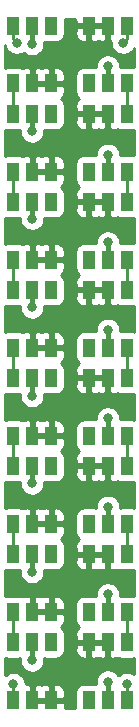
<source format=gbr>
G04 #@! TF.GenerationSoftware,KiCad,Pcbnew,(5.1.6)-1*
G04 #@! TF.CreationDate,2020-08-07T11:21:43-04:00*
G04 #@! TF.ProjectId,daftPunk,64616674-5075-46e6-9b2e-6b696361645f,rev?*
G04 #@! TF.SameCoordinates,Original*
G04 #@! TF.FileFunction,Copper,L1,Top*
G04 #@! TF.FilePolarity,Positive*
%FSLAX46Y46*%
G04 Gerber Fmt 4.6, Leading zero omitted, Abs format (unit mm)*
G04 Created by KiCad (PCBNEW (5.1.6)-1) date 2020-08-07 11:21:43*
%MOMM*%
%LPD*%
G01*
G04 APERTURE LIST*
G04 #@! TA.AperFunction,SMDPad,CuDef*
%ADD10R,1.000000X1.500000*%
G04 #@! TD*
G04 #@! TA.AperFunction,ViaPad*
%ADD11C,0.800000*%
G04 #@! TD*
G04 #@! TA.AperFunction,Conductor*
%ADD12C,0.250000*%
G04 #@! TD*
G04 #@! TA.AperFunction,Conductor*
%ADD13C,0.400000*%
G04 #@! TD*
G04 #@! TA.AperFunction,Conductor*
%ADD14C,0.254000*%
G04 #@! TD*
G04 APERTURE END LIST*
D10*
X146600000Y-87950000D03*
X148200000Y-87950000D03*
X149800000Y-87950000D03*
X146600000Y-83050000D03*
X148200000Y-83050000D03*
X149800000Y-83050000D03*
X149800000Y-75592852D03*
X148200000Y-75592852D03*
X146600000Y-75592852D03*
X149800000Y-80492852D03*
X148200000Y-80492852D03*
X146600000Y-80492852D03*
X149800000Y-68135710D03*
X148200000Y-68135710D03*
X146600000Y-68135710D03*
X149800000Y-73035710D03*
X148200000Y-73035710D03*
X146600000Y-73035710D03*
X146600000Y-65578568D03*
X148200000Y-65578568D03*
X149800000Y-65578568D03*
X146600000Y-60678568D03*
X148200000Y-60678568D03*
X149800000Y-60678568D03*
X149800000Y-53221426D03*
X148200000Y-53221426D03*
X146600000Y-53221426D03*
X149800000Y-58121426D03*
X148200000Y-58121426D03*
X146600000Y-58121426D03*
X146600000Y-50664284D03*
X148200000Y-50664284D03*
X149800000Y-50664284D03*
X146600000Y-45764284D03*
X148200000Y-45764284D03*
X149800000Y-45764284D03*
X149800000Y-38307142D03*
X148200000Y-38307142D03*
X146600000Y-38307142D03*
X149800000Y-43207142D03*
X148200000Y-43207142D03*
X146600000Y-43207142D03*
X146600000Y-35750000D03*
X148200000Y-35750000D03*
X149800000Y-35750000D03*
X146600000Y-30850000D03*
X148200000Y-30850000D03*
X149800000Y-30850000D03*
X153000000Y-35750000D03*
X154600000Y-35750000D03*
X156200000Y-35750000D03*
X153000000Y-30850000D03*
X154600000Y-30850000D03*
X156200000Y-30850000D03*
X156200000Y-38307142D03*
X154600000Y-38307142D03*
X153000000Y-38307142D03*
X156200000Y-43207142D03*
X154600000Y-43207142D03*
X153000000Y-43207142D03*
X153000000Y-50664284D03*
X154600000Y-50664284D03*
X156200000Y-50664284D03*
X153000000Y-45764284D03*
X154600000Y-45764284D03*
X156200000Y-45764284D03*
X156200000Y-53221426D03*
X154600000Y-53221426D03*
X153000000Y-53221426D03*
X156200000Y-58121426D03*
X154600000Y-58121426D03*
X153000000Y-58121426D03*
X153000000Y-65578568D03*
X154600000Y-65578568D03*
X156200000Y-65578568D03*
X153000000Y-60678568D03*
X154600000Y-60678568D03*
X156200000Y-60678568D03*
X156200000Y-68135710D03*
X154600000Y-68135710D03*
X153000000Y-68135710D03*
X156200000Y-73035710D03*
X154600000Y-73035710D03*
X153000000Y-73035710D03*
X153000000Y-80492852D03*
X154600000Y-80492852D03*
X156200000Y-80492852D03*
X153000000Y-75592852D03*
X154600000Y-75592852D03*
X156200000Y-75592852D03*
X156200000Y-83050000D03*
X154600000Y-83050000D03*
X153000000Y-83050000D03*
X156200000Y-87950000D03*
X154600000Y-87950000D03*
X153000000Y-87950000D03*
D11*
X146600000Y-86600000D03*
X146600000Y-70600000D03*
X156200000Y-70700000D03*
X146600000Y-63200000D03*
X156200000Y-63300000D03*
X146600000Y-55700000D03*
X156200000Y-55800000D03*
X146600000Y-48200000D03*
X156200000Y-48300000D03*
X146600000Y-40600000D03*
X156200000Y-40700000D03*
X146700000Y-33700000D03*
X156300000Y-33800000D03*
X151400000Y-87900000D03*
X151400000Y-83000000D03*
X151400000Y-80500000D03*
X151400000Y-75600000D03*
X151400000Y-73000000D03*
X151400000Y-68100000D03*
X151400000Y-65500000D03*
X151400000Y-60700000D03*
X151400000Y-58100000D03*
X151400000Y-53200000D03*
X151400000Y-50600000D03*
X151400000Y-45700000D03*
X151400000Y-43200000D03*
X151400000Y-38300000D03*
X151400000Y-35800000D03*
X151400000Y-31400000D03*
X146600000Y-78000000D03*
X156200000Y-78100000D03*
X148200000Y-84600000D03*
X148200000Y-77100000D03*
X148200000Y-69600000D03*
X148200000Y-62200000D03*
X148200000Y-54700000D03*
X148200000Y-47200000D03*
X148200000Y-39800000D03*
X148200000Y-32400000D03*
X154600000Y-34300000D03*
X154600000Y-41800000D03*
X154600000Y-49200000D03*
X154600000Y-56600000D03*
X154600000Y-64100000D03*
X154600000Y-71600000D03*
X154600000Y-79000000D03*
X154600000Y-86400000D03*
X146900000Y-32300000D03*
X155900000Y-32300000D03*
X156200000Y-86600000D03*
D12*
X146174999Y-88375001D02*
X146600000Y-87950000D01*
X146600000Y-86600000D02*
X146600000Y-87950000D01*
X146600000Y-83050000D02*
X146600000Y-80492852D01*
D13*
X154600000Y-86400000D02*
X154600000Y-87950000D01*
X154600000Y-79000000D02*
X154600000Y-80492852D01*
X154600000Y-71600000D02*
X154600000Y-73035710D01*
X154600000Y-64100000D02*
X154600000Y-65578568D01*
X154600000Y-56600000D02*
X154600000Y-58121426D01*
X154600000Y-49200000D02*
X154600000Y-50664284D01*
X154600000Y-41800000D02*
X154600000Y-43207142D01*
X154600000Y-34300000D02*
X154600000Y-35750000D01*
X148200000Y-32400000D02*
X148200000Y-30850000D01*
X148200000Y-39800000D02*
X148200000Y-38307142D01*
X148200000Y-47200000D02*
X148200000Y-45764284D01*
X148200000Y-54700000D02*
X148200000Y-53221426D01*
X148200000Y-62200000D02*
X148200000Y-60678568D01*
X148200000Y-69600000D02*
X148200000Y-68135710D01*
X148200000Y-77100000D02*
X148200000Y-75592852D01*
X148200000Y-84600000D02*
X148200000Y-83050000D01*
D12*
X146600000Y-75592852D02*
X146600000Y-73035710D01*
X146600000Y-68135710D02*
X146600000Y-65578568D01*
X146600000Y-60678568D02*
X146600000Y-58121426D01*
X146600000Y-53221426D02*
X146600000Y-50664284D01*
X146600000Y-45764284D02*
X146600000Y-43207142D01*
X146600000Y-38307142D02*
X146600000Y-35750000D01*
X156200000Y-31085002D02*
X156200000Y-30850000D01*
X146600000Y-32000000D02*
X146900000Y-32300000D01*
X146600000Y-30850000D02*
X146600000Y-32000000D01*
X156200000Y-32000000D02*
X155900000Y-32300000D01*
X156200000Y-30850000D02*
X156200000Y-32000000D01*
X156200000Y-35750000D02*
X156200000Y-38307142D01*
X156200000Y-43207142D02*
X156200000Y-45764284D01*
X156200000Y-50664284D02*
X156200000Y-53221426D01*
X156200000Y-58121426D02*
X156200000Y-60678568D01*
X156200000Y-65578568D02*
X156200000Y-68135710D01*
X156200000Y-73035710D02*
X156200000Y-75592852D01*
X156200000Y-80492852D02*
X156200000Y-83050000D01*
X156200000Y-87950000D02*
X156525001Y-88275001D01*
X156200000Y-86600000D02*
X156300000Y-86500000D01*
X156200000Y-87950000D02*
X156200000Y-86600000D01*
D14*
G36*
X151865000Y-30564250D02*
G01*
X152023750Y-30723000D01*
X152873000Y-30723000D01*
X152873000Y-30703000D01*
X153127000Y-30703000D01*
X153127000Y-30723000D01*
X154473000Y-30723000D01*
X154473000Y-30703000D01*
X154727000Y-30703000D01*
X154727000Y-30723000D01*
X154747000Y-30723000D01*
X154747000Y-30977000D01*
X154727000Y-30977000D01*
X154727000Y-32076250D01*
X154865000Y-32214250D01*
X154865000Y-32401939D01*
X154904774Y-32601898D01*
X154982795Y-32790256D01*
X155096063Y-32959774D01*
X155240226Y-33103937D01*
X155409744Y-33217205D01*
X155598102Y-33295226D01*
X155798061Y-33335000D01*
X156001939Y-33335000D01*
X156201898Y-33295226D01*
X156390256Y-33217205D01*
X156559774Y-33103937D01*
X156703937Y-32959774D01*
X156817205Y-32790256D01*
X156840000Y-32735224D01*
X156840000Y-34378895D01*
X156824482Y-34374188D01*
X156700000Y-34361928D01*
X155700000Y-34361928D01*
X155635000Y-34368330D01*
X155635000Y-34198061D01*
X155595226Y-33998102D01*
X155517205Y-33809744D01*
X155403937Y-33640226D01*
X155259774Y-33496063D01*
X155090256Y-33382795D01*
X154901898Y-33304774D01*
X154701939Y-33265000D01*
X154498061Y-33265000D01*
X154298102Y-33304774D01*
X154109744Y-33382795D01*
X153940226Y-33496063D01*
X153796063Y-33640226D01*
X153682795Y-33809744D01*
X153604774Y-33998102D01*
X153565000Y-34198061D01*
X153565000Y-34368330D01*
X153500000Y-34361928D01*
X152500000Y-34361928D01*
X152375518Y-34374188D01*
X152255820Y-34410498D01*
X152145506Y-34469463D01*
X152048815Y-34548815D01*
X151969463Y-34645506D01*
X151910498Y-34755820D01*
X151874188Y-34875518D01*
X151861928Y-35000000D01*
X151861928Y-36500000D01*
X151874188Y-36624482D01*
X151910498Y-36744180D01*
X151969463Y-36854494D01*
X152048815Y-36951185D01*
X152143110Y-37028571D01*
X152048815Y-37105957D01*
X151969463Y-37202648D01*
X151910498Y-37312962D01*
X151874188Y-37432660D01*
X151861928Y-37557142D01*
X151865000Y-38021392D01*
X152023750Y-38180142D01*
X152873000Y-38180142D01*
X152873000Y-38160142D01*
X153127000Y-38160142D01*
X153127000Y-38180142D01*
X154473000Y-38180142D01*
X154473000Y-38160142D01*
X154727000Y-38160142D01*
X154727000Y-38180142D01*
X154747000Y-38180142D01*
X154747000Y-38434142D01*
X154727000Y-38434142D01*
X154727000Y-39533392D01*
X154885750Y-39692142D01*
X155100000Y-39695214D01*
X155224482Y-39682954D01*
X155344180Y-39646644D01*
X155400000Y-39616807D01*
X155455820Y-39646644D01*
X155575518Y-39682954D01*
X155700000Y-39695214D01*
X156700000Y-39695214D01*
X156824482Y-39682954D01*
X156840000Y-39678247D01*
X156840000Y-41836037D01*
X156824482Y-41831330D01*
X156700000Y-41819070D01*
X155700000Y-41819070D01*
X155635000Y-41825472D01*
X155635000Y-41698061D01*
X155595226Y-41498102D01*
X155517205Y-41309744D01*
X155403937Y-41140226D01*
X155259774Y-40996063D01*
X155090256Y-40882795D01*
X154901898Y-40804774D01*
X154701939Y-40765000D01*
X154498061Y-40765000D01*
X154298102Y-40804774D01*
X154109744Y-40882795D01*
X153940226Y-40996063D01*
X153796063Y-41140226D01*
X153682795Y-41309744D01*
X153604774Y-41498102D01*
X153565000Y-41698061D01*
X153565000Y-41825472D01*
X153500000Y-41819070D01*
X152500000Y-41819070D01*
X152375518Y-41831330D01*
X152255820Y-41867640D01*
X152145506Y-41926605D01*
X152048815Y-42005957D01*
X151969463Y-42102648D01*
X151910498Y-42212962D01*
X151874188Y-42332660D01*
X151861928Y-42457142D01*
X151861928Y-43957142D01*
X151874188Y-44081624D01*
X151910498Y-44201322D01*
X151969463Y-44311636D01*
X152048815Y-44408327D01*
X152143110Y-44485713D01*
X152048815Y-44563099D01*
X151969463Y-44659790D01*
X151910498Y-44770104D01*
X151874188Y-44889802D01*
X151861928Y-45014284D01*
X151865000Y-45478534D01*
X152023750Y-45637284D01*
X152873000Y-45637284D01*
X152873000Y-45617284D01*
X153127000Y-45617284D01*
X153127000Y-45637284D01*
X154473000Y-45637284D01*
X154473000Y-45617284D01*
X154727000Y-45617284D01*
X154727000Y-45637284D01*
X154747000Y-45637284D01*
X154747000Y-45891284D01*
X154727000Y-45891284D01*
X154727000Y-46990534D01*
X154885750Y-47149284D01*
X155100000Y-47152356D01*
X155224482Y-47140096D01*
X155344180Y-47103786D01*
X155400000Y-47073949D01*
X155455820Y-47103786D01*
X155575518Y-47140096D01*
X155700000Y-47152356D01*
X156700000Y-47152356D01*
X156824482Y-47140096D01*
X156840000Y-47135389D01*
X156840000Y-49293179D01*
X156824482Y-49288472D01*
X156700000Y-49276212D01*
X155700000Y-49276212D01*
X155635000Y-49282614D01*
X155635000Y-49098061D01*
X155595226Y-48898102D01*
X155517205Y-48709744D01*
X155403937Y-48540226D01*
X155259774Y-48396063D01*
X155090256Y-48282795D01*
X154901898Y-48204774D01*
X154701939Y-48165000D01*
X154498061Y-48165000D01*
X154298102Y-48204774D01*
X154109744Y-48282795D01*
X153940226Y-48396063D01*
X153796063Y-48540226D01*
X153682795Y-48709744D01*
X153604774Y-48898102D01*
X153565000Y-49098061D01*
X153565000Y-49282614D01*
X153500000Y-49276212D01*
X152500000Y-49276212D01*
X152375518Y-49288472D01*
X152255820Y-49324782D01*
X152145506Y-49383747D01*
X152048815Y-49463099D01*
X151969463Y-49559790D01*
X151910498Y-49670104D01*
X151874188Y-49789802D01*
X151861928Y-49914284D01*
X151861928Y-51414284D01*
X151874188Y-51538766D01*
X151910498Y-51658464D01*
X151969463Y-51768778D01*
X152048815Y-51865469D01*
X152143110Y-51942855D01*
X152048815Y-52020241D01*
X151969463Y-52116932D01*
X151910498Y-52227246D01*
X151874188Y-52346944D01*
X151861928Y-52471426D01*
X151865000Y-52935676D01*
X152023750Y-53094426D01*
X152873000Y-53094426D01*
X152873000Y-53074426D01*
X153127000Y-53074426D01*
X153127000Y-53094426D01*
X154473000Y-53094426D01*
X154473000Y-53074426D01*
X154727000Y-53074426D01*
X154727000Y-53094426D01*
X154747000Y-53094426D01*
X154747000Y-53348426D01*
X154727000Y-53348426D01*
X154727000Y-54447676D01*
X154885750Y-54606426D01*
X155100000Y-54609498D01*
X155224482Y-54597238D01*
X155344180Y-54560928D01*
X155400000Y-54531091D01*
X155455820Y-54560928D01*
X155575518Y-54597238D01*
X155700000Y-54609498D01*
X156700000Y-54609498D01*
X156824482Y-54597238D01*
X156840000Y-54592531D01*
X156840000Y-56750321D01*
X156824482Y-56745614D01*
X156700000Y-56733354D01*
X155700000Y-56733354D01*
X155627328Y-56740511D01*
X155635000Y-56701939D01*
X155635000Y-56498061D01*
X155595226Y-56298102D01*
X155517205Y-56109744D01*
X155403937Y-55940226D01*
X155259774Y-55796063D01*
X155090256Y-55682795D01*
X154901898Y-55604774D01*
X154701939Y-55565000D01*
X154498061Y-55565000D01*
X154298102Y-55604774D01*
X154109744Y-55682795D01*
X153940226Y-55796063D01*
X153796063Y-55940226D01*
X153682795Y-56109744D01*
X153604774Y-56298102D01*
X153565000Y-56498061D01*
X153565000Y-56701939D01*
X153572672Y-56740511D01*
X153500000Y-56733354D01*
X152500000Y-56733354D01*
X152375518Y-56745614D01*
X152255820Y-56781924D01*
X152145506Y-56840889D01*
X152048815Y-56920241D01*
X151969463Y-57016932D01*
X151910498Y-57127246D01*
X151874188Y-57246944D01*
X151861928Y-57371426D01*
X151861928Y-58871426D01*
X151874188Y-58995908D01*
X151910498Y-59115606D01*
X151969463Y-59225920D01*
X152048815Y-59322611D01*
X152143110Y-59399997D01*
X152048815Y-59477383D01*
X151969463Y-59574074D01*
X151910498Y-59684388D01*
X151874188Y-59804086D01*
X151861928Y-59928568D01*
X151865000Y-60392818D01*
X152023750Y-60551568D01*
X152873000Y-60551568D01*
X152873000Y-60531568D01*
X153127000Y-60531568D01*
X153127000Y-60551568D01*
X154473000Y-60551568D01*
X154473000Y-60531568D01*
X154727000Y-60531568D01*
X154727000Y-60551568D01*
X154747000Y-60551568D01*
X154747000Y-60805568D01*
X154727000Y-60805568D01*
X154727000Y-61904818D01*
X154885750Y-62063568D01*
X155100000Y-62066640D01*
X155224482Y-62054380D01*
X155344180Y-62018070D01*
X155400000Y-61988233D01*
X155455820Y-62018070D01*
X155575518Y-62054380D01*
X155700000Y-62066640D01*
X156700000Y-62066640D01*
X156824482Y-62054380D01*
X156840001Y-62049673D01*
X156840001Y-64207464D01*
X156824482Y-64202756D01*
X156700000Y-64190496D01*
X155700000Y-64190496D01*
X155635000Y-64196898D01*
X155635000Y-63998061D01*
X155595226Y-63798102D01*
X155517205Y-63609744D01*
X155403937Y-63440226D01*
X155259774Y-63296063D01*
X155090256Y-63182795D01*
X154901898Y-63104774D01*
X154701939Y-63065000D01*
X154498061Y-63065000D01*
X154298102Y-63104774D01*
X154109744Y-63182795D01*
X153940226Y-63296063D01*
X153796063Y-63440226D01*
X153682795Y-63609744D01*
X153604774Y-63798102D01*
X153565000Y-63998061D01*
X153565000Y-64196898D01*
X153500000Y-64190496D01*
X152500000Y-64190496D01*
X152375518Y-64202756D01*
X152255820Y-64239066D01*
X152145506Y-64298031D01*
X152048815Y-64377383D01*
X151969463Y-64474074D01*
X151910498Y-64584388D01*
X151874188Y-64704086D01*
X151861928Y-64828568D01*
X151861928Y-66328568D01*
X151874188Y-66453050D01*
X151910498Y-66572748D01*
X151969463Y-66683062D01*
X152048815Y-66779753D01*
X152143110Y-66857139D01*
X152048815Y-66934525D01*
X151969463Y-67031216D01*
X151910498Y-67141530D01*
X151874188Y-67261228D01*
X151861928Y-67385710D01*
X151865000Y-67849960D01*
X152023750Y-68008710D01*
X152873000Y-68008710D01*
X152873000Y-67988710D01*
X153127000Y-67988710D01*
X153127000Y-68008710D01*
X154473000Y-68008710D01*
X154473000Y-67988710D01*
X154727000Y-67988710D01*
X154727000Y-68008710D01*
X154747000Y-68008710D01*
X154747000Y-68262710D01*
X154727000Y-68262710D01*
X154727000Y-69361960D01*
X154885750Y-69520710D01*
X155100000Y-69523782D01*
X155224482Y-69511522D01*
X155344180Y-69475212D01*
X155400000Y-69445375D01*
X155455820Y-69475212D01*
X155575518Y-69511522D01*
X155700000Y-69523782D01*
X156700000Y-69523782D01*
X156824482Y-69511522D01*
X156840001Y-69506814D01*
X156840001Y-71664606D01*
X156824482Y-71659898D01*
X156700000Y-71647638D01*
X155700000Y-71647638D01*
X155635000Y-71654040D01*
X155635000Y-71498061D01*
X155595226Y-71298102D01*
X155517205Y-71109744D01*
X155403937Y-70940226D01*
X155259774Y-70796063D01*
X155090256Y-70682795D01*
X154901898Y-70604774D01*
X154701939Y-70565000D01*
X154498061Y-70565000D01*
X154298102Y-70604774D01*
X154109744Y-70682795D01*
X153940226Y-70796063D01*
X153796063Y-70940226D01*
X153682795Y-71109744D01*
X153604774Y-71298102D01*
X153565000Y-71498061D01*
X153565000Y-71654040D01*
X153500000Y-71647638D01*
X152500000Y-71647638D01*
X152375518Y-71659898D01*
X152255820Y-71696208D01*
X152145506Y-71755173D01*
X152048815Y-71834525D01*
X151969463Y-71931216D01*
X151910498Y-72041530D01*
X151874188Y-72161228D01*
X151861928Y-72285710D01*
X151861928Y-73785710D01*
X151874188Y-73910192D01*
X151910498Y-74029890D01*
X151969463Y-74140204D01*
X152048815Y-74236895D01*
X152143110Y-74314281D01*
X152048815Y-74391667D01*
X151969463Y-74488358D01*
X151910498Y-74598672D01*
X151874188Y-74718370D01*
X151861928Y-74842852D01*
X151865000Y-75307102D01*
X152023750Y-75465852D01*
X152873000Y-75465852D01*
X152873000Y-75445852D01*
X153127000Y-75445852D01*
X153127000Y-75465852D01*
X154473000Y-75465852D01*
X154473000Y-75445852D01*
X154727000Y-75445852D01*
X154727000Y-75465852D01*
X154747000Y-75465852D01*
X154747000Y-75719852D01*
X154727000Y-75719852D01*
X154727000Y-76819102D01*
X154885750Y-76977852D01*
X155100000Y-76980924D01*
X155224482Y-76968664D01*
X155344180Y-76932354D01*
X155400000Y-76902517D01*
X155455820Y-76932354D01*
X155575518Y-76968664D01*
X155700000Y-76980924D01*
X156700000Y-76980924D01*
X156824482Y-76968664D01*
X156840001Y-76963956D01*
X156840001Y-79121748D01*
X156824482Y-79117040D01*
X156700000Y-79104780D01*
X155700000Y-79104780D01*
X155633125Y-79111366D01*
X155635000Y-79101939D01*
X155635000Y-78898061D01*
X155595226Y-78698102D01*
X155517205Y-78509744D01*
X155403937Y-78340226D01*
X155259774Y-78196063D01*
X155090256Y-78082795D01*
X154901898Y-78004774D01*
X154701939Y-77965000D01*
X154498061Y-77965000D01*
X154298102Y-78004774D01*
X154109744Y-78082795D01*
X153940226Y-78196063D01*
X153796063Y-78340226D01*
X153682795Y-78509744D01*
X153604774Y-78698102D01*
X153565000Y-78898061D01*
X153565000Y-79101939D01*
X153566875Y-79111366D01*
X153500000Y-79104780D01*
X152500000Y-79104780D01*
X152375518Y-79117040D01*
X152255820Y-79153350D01*
X152145506Y-79212315D01*
X152048815Y-79291667D01*
X151969463Y-79388358D01*
X151910498Y-79498672D01*
X151874188Y-79618370D01*
X151861928Y-79742852D01*
X151861928Y-81242852D01*
X151874188Y-81367334D01*
X151910498Y-81487032D01*
X151969463Y-81597346D01*
X152048815Y-81694037D01*
X152143114Y-81771426D01*
X152048815Y-81848815D01*
X151969463Y-81945506D01*
X151910498Y-82055820D01*
X151874188Y-82175518D01*
X151861928Y-82300000D01*
X151865000Y-82764250D01*
X152023750Y-82923000D01*
X152873000Y-82923000D01*
X152873000Y-82903000D01*
X153127000Y-82903000D01*
X153127000Y-82923000D01*
X154473000Y-82923000D01*
X154473000Y-82903000D01*
X154727000Y-82903000D01*
X154727000Y-82923000D01*
X154747000Y-82923000D01*
X154747000Y-83177000D01*
X154727000Y-83177000D01*
X154727000Y-84276250D01*
X154885750Y-84435000D01*
X155100000Y-84438072D01*
X155224482Y-84425812D01*
X155344180Y-84389502D01*
X155400000Y-84359665D01*
X155455820Y-84389502D01*
X155575518Y-84425812D01*
X155700000Y-84438072D01*
X156700000Y-84438072D01*
X156824482Y-84425812D01*
X156840001Y-84421104D01*
X156840001Y-85782851D01*
X156690256Y-85682795D01*
X156501898Y-85604774D01*
X156301939Y-85565000D01*
X156098061Y-85565000D01*
X155898102Y-85604774D01*
X155709744Y-85682795D01*
X155540226Y-85796063D01*
X155480892Y-85855397D01*
X155403937Y-85740226D01*
X155259774Y-85596063D01*
X155090256Y-85482795D01*
X154901898Y-85404774D01*
X154701939Y-85365000D01*
X154498061Y-85365000D01*
X154298102Y-85404774D01*
X154109744Y-85482795D01*
X153940226Y-85596063D01*
X153796063Y-85740226D01*
X153682795Y-85909744D01*
X153604774Y-86098102D01*
X153565000Y-86298061D01*
X153565000Y-86501939D01*
X153578470Y-86569656D01*
X153500000Y-86561928D01*
X152500000Y-86561928D01*
X152375518Y-86574188D01*
X152255820Y-86610498D01*
X152145506Y-86669463D01*
X152048815Y-86748815D01*
X151969463Y-86845506D01*
X151910498Y-86955820D01*
X151874188Y-87075518D01*
X151861928Y-87200000D01*
X151861928Y-88640000D01*
X150937675Y-88640000D01*
X150935000Y-88235750D01*
X150776250Y-88077000D01*
X149927000Y-88077000D01*
X149927000Y-88097000D01*
X149673000Y-88097000D01*
X149673000Y-88077000D01*
X148327000Y-88077000D01*
X148327000Y-88097000D01*
X148073000Y-88097000D01*
X148073000Y-88077000D01*
X148053000Y-88077000D01*
X148053000Y-87823000D01*
X148073000Y-87823000D01*
X148073000Y-86723750D01*
X148327000Y-86723750D01*
X148327000Y-87823000D01*
X149673000Y-87823000D01*
X149673000Y-86723750D01*
X149927000Y-86723750D01*
X149927000Y-87823000D01*
X150776250Y-87823000D01*
X150935000Y-87664250D01*
X150938072Y-87200000D01*
X150925812Y-87075518D01*
X150889502Y-86955820D01*
X150830537Y-86845506D01*
X150751185Y-86748815D01*
X150654494Y-86669463D01*
X150544180Y-86610498D01*
X150424482Y-86574188D01*
X150300000Y-86561928D01*
X150085750Y-86565000D01*
X149927000Y-86723750D01*
X149673000Y-86723750D01*
X149514250Y-86565000D01*
X149300000Y-86561928D01*
X149175518Y-86574188D01*
X149055820Y-86610498D01*
X149000000Y-86640335D01*
X148944180Y-86610498D01*
X148824482Y-86574188D01*
X148700000Y-86561928D01*
X148485750Y-86565000D01*
X148327000Y-86723750D01*
X148073000Y-86723750D01*
X147914250Y-86565000D01*
X147700000Y-86561928D01*
X147635000Y-86568330D01*
X147635000Y-86498061D01*
X147595226Y-86298102D01*
X147517205Y-86109744D01*
X147403937Y-85940226D01*
X147259774Y-85796063D01*
X147090256Y-85682795D01*
X146901898Y-85604774D01*
X146701939Y-85565000D01*
X146498061Y-85565000D01*
X146298102Y-85604774D01*
X146109744Y-85682795D01*
X145940226Y-85796063D01*
X145880000Y-85856289D01*
X145880000Y-84396837D01*
X145975518Y-84425812D01*
X146100000Y-84438072D01*
X147100000Y-84438072D01*
X147178470Y-84430344D01*
X147165000Y-84498061D01*
X147165000Y-84701939D01*
X147204774Y-84901898D01*
X147282795Y-85090256D01*
X147396063Y-85259774D01*
X147540226Y-85403937D01*
X147709744Y-85517205D01*
X147898102Y-85595226D01*
X148098061Y-85635000D01*
X148301939Y-85635000D01*
X148501898Y-85595226D01*
X148690256Y-85517205D01*
X148859774Y-85403937D01*
X149003937Y-85259774D01*
X149117205Y-85090256D01*
X149195226Y-84901898D01*
X149235000Y-84701939D01*
X149235000Y-84498061D01*
X149221530Y-84430344D01*
X149300000Y-84438072D01*
X150300000Y-84438072D01*
X150424482Y-84425812D01*
X150544180Y-84389502D01*
X150654494Y-84330537D01*
X150751185Y-84251185D01*
X150830537Y-84154494D01*
X150889502Y-84044180D01*
X150925812Y-83924482D01*
X150938072Y-83800000D01*
X151861928Y-83800000D01*
X151874188Y-83924482D01*
X151910498Y-84044180D01*
X151969463Y-84154494D01*
X152048815Y-84251185D01*
X152145506Y-84330537D01*
X152255820Y-84389502D01*
X152375518Y-84425812D01*
X152500000Y-84438072D01*
X152714250Y-84435000D01*
X152873000Y-84276250D01*
X152873000Y-83177000D01*
X153127000Y-83177000D01*
X153127000Y-84276250D01*
X153285750Y-84435000D01*
X153500000Y-84438072D01*
X153624482Y-84425812D01*
X153744180Y-84389502D01*
X153800000Y-84359665D01*
X153855820Y-84389502D01*
X153975518Y-84425812D01*
X154100000Y-84438072D01*
X154314250Y-84435000D01*
X154473000Y-84276250D01*
X154473000Y-83177000D01*
X153127000Y-83177000D01*
X152873000Y-83177000D01*
X152023750Y-83177000D01*
X151865000Y-83335750D01*
X151861928Y-83800000D01*
X150938072Y-83800000D01*
X150938072Y-82300000D01*
X150925812Y-82175518D01*
X150889502Y-82055820D01*
X150830537Y-81945506D01*
X150751185Y-81848815D01*
X150656886Y-81771426D01*
X150751185Y-81694037D01*
X150830537Y-81597346D01*
X150889502Y-81487032D01*
X150925812Y-81367334D01*
X150938072Y-81242852D01*
X150935000Y-80778602D01*
X150776250Y-80619852D01*
X149927000Y-80619852D01*
X149927000Y-80639852D01*
X149673000Y-80639852D01*
X149673000Y-80619852D01*
X148327000Y-80619852D01*
X148327000Y-80639852D01*
X148073000Y-80639852D01*
X148073000Y-80619852D01*
X148053000Y-80619852D01*
X148053000Y-80365852D01*
X148073000Y-80365852D01*
X148073000Y-79266602D01*
X148327000Y-79266602D01*
X148327000Y-80365852D01*
X149673000Y-80365852D01*
X149673000Y-79266602D01*
X149927000Y-79266602D01*
X149927000Y-80365852D01*
X150776250Y-80365852D01*
X150935000Y-80207102D01*
X150938072Y-79742852D01*
X150925812Y-79618370D01*
X150889502Y-79498672D01*
X150830537Y-79388358D01*
X150751185Y-79291667D01*
X150654494Y-79212315D01*
X150544180Y-79153350D01*
X150424482Y-79117040D01*
X150300000Y-79104780D01*
X150085750Y-79107852D01*
X149927000Y-79266602D01*
X149673000Y-79266602D01*
X149514250Y-79107852D01*
X149300000Y-79104780D01*
X149175518Y-79117040D01*
X149055820Y-79153350D01*
X149000000Y-79183187D01*
X148944180Y-79153350D01*
X148824482Y-79117040D01*
X148700000Y-79104780D01*
X148485750Y-79107852D01*
X148327000Y-79266602D01*
X148073000Y-79266602D01*
X147914250Y-79107852D01*
X147700000Y-79104780D01*
X147575518Y-79117040D01*
X147455820Y-79153350D01*
X147400000Y-79183187D01*
X147344180Y-79153350D01*
X147224482Y-79117040D01*
X147100000Y-79104780D01*
X146100000Y-79104780D01*
X145975518Y-79117040D01*
X145880000Y-79146015D01*
X145880000Y-76939689D01*
X145975518Y-76968664D01*
X146100000Y-76980924D01*
X147100000Y-76980924D01*
X147169776Y-76974052D01*
X147165000Y-76998061D01*
X147165000Y-77201939D01*
X147204774Y-77401898D01*
X147282795Y-77590256D01*
X147396063Y-77759774D01*
X147540226Y-77903937D01*
X147709744Y-78017205D01*
X147898102Y-78095226D01*
X148098061Y-78135000D01*
X148301939Y-78135000D01*
X148501898Y-78095226D01*
X148690256Y-78017205D01*
X148859774Y-77903937D01*
X149003937Y-77759774D01*
X149117205Y-77590256D01*
X149195226Y-77401898D01*
X149235000Y-77201939D01*
X149235000Y-76998061D01*
X149230224Y-76974052D01*
X149300000Y-76980924D01*
X150300000Y-76980924D01*
X150424482Y-76968664D01*
X150544180Y-76932354D01*
X150654494Y-76873389D01*
X150751185Y-76794037D01*
X150830537Y-76697346D01*
X150889502Y-76587032D01*
X150925812Y-76467334D01*
X150938072Y-76342852D01*
X151861928Y-76342852D01*
X151874188Y-76467334D01*
X151910498Y-76587032D01*
X151969463Y-76697346D01*
X152048815Y-76794037D01*
X152145506Y-76873389D01*
X152255820Y-76932354D01*
X152375518Y-76968664D01*
X152500000Y-76980924D01*
X152714250Y-76977852D01*
X152873000Y-76819102D01*
X152873000Y-75719852D01*
X153127000Y-75719852D01*
X153127000Y-76819102D01*
X153285750Y-76977852D01*
X153500000Y-76980924D01*
X153624482Y-76968664D01*
X153744180Y-76932354D01*
X153800000Y-76902517D01*
X153855820Y-76932354D01*
X153975518Y-76968664D01*
X154100000Y-76980924D01*
X154314250Y-76977852D01*
X154473000Y-76819102D01*
X154473000Y-75719852D01*
X153127000Y-75719852D01*
X152873000Y-75719852D01*
X152023750Y-75719852D01*
X151865000Y-75878602D01*
X151861928Y-76342852D01*
X150938072Y-76342852D01*
X150938072Y-74842852D01*
X150925812Y-74718370D01*
X150889502Y-74598672D01*
X150830537Y-74488358D01*
X150751185Y-74391667D01*
X150656890Y-74314281D01*
X150751185Y-74236895D01*
X150830537Y-74140204D01*
X150889502Y-74029890D01*
X150925812Y-73910192D01*
X150938072Y-73785710D01*
X150935000Y-73321460D01*
X150776250Y-73162710D01*
X149927000Y-73162710D01*
X149927000Y-73182710D01*
X149673000Y-73182710D01*
X149673000Y-73162710D01*
X148327000Y-73162710D01*
X148327000Y-73182710D01*
X148073000Y-73182710D01*
X148073000Y-73162710D01*
X148053000Y-73162710D01*
X148053000Y-72908710D01*
X148073000Y-72908710D01*
X148073000Y-71809460D01*
X148327000Y-71809460D01*
X148327000Y-72908710D01*
X149673000Y-72908710D01*
X149673000Y-71809460D01*
X149927000Y-71809460D01*
X149927000Y-72908710D01*
X150776250Y-72908710D01*
X150935000Y-72749960D01*
X150938072Y-72285710D01*
X150925812Y-72161228D01*
X150889502Y-72041530D01*
X150830537Y-71931216D01*
X150751185Y-71834525D01*
X150654494Y-71755173D01*
X150544180Y-71696208D01*
X150424482Y-71659898D01*
X150300000Y-71647638D01*
X150085750Y-71650710D01*
X149927000Y-71809460D01*
X149673000Y-71809460D01*
X149514250Y-71650710D01*
X149300000Y-71647638D01*
X149175518Y-71659898D01*
X149055820Y-71696208D01*
X149000000Y-71726045D01*
X148944180Y-71696208D01*
X148824482Y-71659898D01*
X148700000Y-71647638D01*
X148485750Y-71650710D01*
X148327000Y-71809460D01*
X148073000Y-71809460D01*
X147914250Y-71650710D01*
X147700000Y-71647638D01*
X147575518Y-71659898D01*
X147455820Y-71696208D01*
X147400000Y-71726045D01*
X147344180Y-71696208D01*
X147224482Y-71659898D01*
X147100000Y-71647638D01*
X146100000Y-71647638D01*
X145975518Y-71659898D01*
X145880000Y-71688873D01*
X145880000Y-69482547D01*
X145975518Y-69511522D01*
X146100000Y-69523782D01*
X147100000Y-69523782D01*
X147165000Y-69517380D01*
X147165000Y-69701939D01*
X147204774Y-69901898D01*
X147282795Y-70090256D01*
X147396063Y-70259774D01*
X147540226Y-70403937D01*
X147709744Y-70517205D01*
X147898102Y-70595226D01*
X148098061Y-70635000D01*
X148301939Y-70635000D01*
X148501898Y-70595226D01*
X148690256Y-70517205D01*
X148859774Y-70403937D01*
X149003937Y-70259774D01*
X149117205Y-70090256D01*
X149195226Y-69901898D01*
X149235000Y-69701939D01*
X149235000Y-69517380D01*
X149300000Y-69523782D01*
X150300000Y-69523782D01*
X150424482Y-69511522D01*
X150544180Y-69475212D01*
X150654494Y-69416247D01*
X150751185Y-69336895D01*
X150830537Y-69240204D01*
X150889502Y-69129890D01*
X150925812Y-69010192D01*
X150938072Y-68885710D01*
X151861928Y-68885710D01*
X151874188Y-69010192D01*
X151910498Y-69129890D01*
X151969463Y-69240204D01*
X152048815Y-69336895D01*
X152145506Y-69416247D01*
X152255820Y-69475212D01*
X152375518Y-69511522D01*
X152500000Y-69523782D01*
X152714250Y-69520710D01*
X152873000Y-69361960D01*
X152873000Y-68262710D01*
X153127000Y-68262710D01*
X153127000Y-69361960D01*
X153285750Y-69520710D01*
X153500000Y-69523782D01*
X153624482Y-69511522D01*
X153744180Y-69475212D01*
X153800000Y-69445375D01*
X153855820Y-69475212D01*
X153975518Y-69511522D01*
X154100000Y-69523782D01*
X154314250Y-69520710D01*
X154473000Y-69361960D01*
X154473000Y-68262710D01*
X153127000Y-68262710D01*
X152873000Y-68262710D01*
X152023750Y-68262710D01*
X151865000Y-68421460D01*
X151861928Y-68885710D01*
X150938072Y-68885710D01*
X150938072Y-67385710D01*
X150925812Y-67261228D01*
X150889502Y-67141530D01*
X150830537Y-67031216D01*
X150751185Y-66934525D01*
X150656890Y-66857139D01*
X150751185Y-66779753D01*
X150830537Y-66683062D01*
X150889502Y-66572748D01*
X150925812Y-66453050D01*
X150938072Y-66328568D01*
X150935000Y-65864318D01*
X150776250Y-65705568D01*
X149927000Y-65705568D01*
X149927000Y-65725568D01*
X149673000Y-65725568D01*
X149673000Y-65705568D01*
X148327000Y-65705568D01*
X148327000Y-65725568D01*
X148073000Y-65725568D01*
X148073000Y-65705568D01*
X148053000Y-65705568D01*
X148053000Y-65451568D01*
X148073000Y-65451568D01*
X148073000Y-64352318D01*
X148327000Y-64352318D01*
X148327000Y-65451568D01*
X149673000Y-65451568D01*
X149673000Y-64352318D01*
X149927000Y-64352318D01*
X149927000Y-65451568D01*
X150776250Y-65451568D01*
X150935000Y-65292818D01*
X150938072Y-64828568D01*
X150925812Y-64704086D01*
X150889502Y-64584388D01*
X150830537Y-64474074D01*
X150751185Y-64377383D01*
X150654494Y-64298031D01*
X150544180Y-64239066D01*
X150424482Y-64202756D01*
X150300000Y-64190496D01*
X150085750Y-64193568D01*
X149927000Y-64352318D01*
X149673000Y-64352318D01*
X149514250Y-64193568D01*
X149300000Y-64190496D01*
X149175518Y-64202756D01*
X149055820Y-64239066D01*
X149000000Y-64268903D01*
X148944180Y-64239066D01*
X148824482Y-64202756D01*
X148700000Y-64190496D01*
X148485750Y-64193568D01*
X148327000Y-64352318D01*
X148073000Y-64352318D01*
X147914250Y-64193568D01*
X147700000Y-64190496D01*
X147575518Y-64202756D01*
X147455820Y-64239066D01*
X147400000Y-64268903D01*
X147344180Y-64239066D01*
X147224482Y-64202756D01*
X147100000Y-64190496D01*
X146100000Y-64190496D01*
X145975518Y-64202756D01*
X145880000Y-64231731D01*
X145880000Y-62025405D01*
X145975518Y-62054380D01*
X146100000Y-62066640D01*
X147100000Y-62066640D01*
X147172674Y-62059483D01*
X147165000Y-62098061D01*
X147165000Y-62301939D01*
X147204774Y-62501898D01*
X147282795Y-62690256D01*
X147396063Y-62859774D01*
X147540226Y-63003937D01*
X147709744Y-63117205D01*
X147898102Y-63195226D01*
X148098061Y-63235000D01*
X148301939Y-63235000D01*
X148501898Y-63195226D01*
X148690256Y-63117205D01*
X148859774Y-63003937D01*
X149003937Y-62859774D01*
X149117205Y-62690256D01*
X149195226Y-62501898D01*
X149235000Y-62301939D01*
X149235000Y-62098061D01*
X149227326Y-62059483D01*
X149300000Y-62066640D01*
X150300000Y-62066640D01*
X150424482Y-62054380D01*
X150544180Y-62018070D01*
X150654494Y-61959105D01*
X150751185Y-61879753D01*
X150830537Y-61783062D01*
X150889502Y-61672748D01*
X150925812Y-61553050D01*
X150938072Y-61428568D01*
X151861928Y-61428568D01*
X151874188Y-61553050D01*
X151910498Y-61672748D01*
X151969463Y-61783062D01*
X152048815Y-61879753D01*
X152145506Y-61959105D01*
X152255820Y-62018070D01*
X152375518Y-62054380D01*
X152500000Y-62066640D01*
X152714250Y-62063568D01*
X152873000Y-61904818D01*
X152873000Y-60805568D01*
X153127000Y-60805568D01*
X153127000Y-61904818D01*
X153285750Y-62063568D01*
X153500000Y-62066640D01*
X153624482Y-62054380D01*
X153744180Y-62018070D01*
X153800000Y-61988233D01*
X153855820Y-62018070D01*
X153975518Y-62054380D01*
X154100000Y-62066640D01*
X154314250Y-62063568D01*
X154473000Y-61904818D01*
X154473000Y-60805568D01*
X153127000Y-60805568D01*
X152873000Y-60805568D01*
X152023750Y-60805568D01*
X151865000Y-60964318D01*
X151861928Y-61428568D01*
X150938072Y-61428568D01*
X150938072Y-59928568D01*
X150925812Y-59804086D01*
X150889502Y-59684388D01*
X150830537Y-59574074D01*
X150751185Y-59477383D01*
X150656890Y-59399997D01*
X150751185Y-59322611D01*
X150830537Y-59225920D01*
X150889502Y-59115606D01*
X150925812Y-58995908D01*
X150938072Y-58871426D01*
X150935000Y-58407176D01*
X150776250Y-58248426D01*
X149927000Y-58248426D01*
X149927000Y-58268426D01*
X149673000Y-58268426D01*
X149673000Y-58248426D01*
X148327000Y-58248426D01*
X148327000Y-58268426D01*
X148073000Y-58268426D01*
X148073000Y-58248426D01*
X148053000Y-58248426D01*
X148053000Y-57994426D01*
X148073000Y-57994426D01*
X148073000Y-56895176D01*
X148327000Y-56895176D01*
X148327000Y-57994426D01*
X149673000Y-57994426D01*
X149673000Y-56895176D01*
X149927000Y-56895176D01*
X149927000Y-57994426D01*
X150776250Y-57994426D01*
X150935000Y-57835676D01*
X150938072Y-57371426D01*
X150925812Y-57246944D01*
X150889502Y-57127246D01*
X150830537Y-57016932D01*
X150751185Y-56920241D01*
X150654494Y-56840889D01*
X150544180Y-56781924D01*
X150424482Y-56745614D01*
X150300000Y-56733354D01*
X150085750Y-56736426D01*
X149927000Y-56895176D01*
X149673000Y-56895176D01*
X149514250Y-56736426D01*
X149300000Y-56733354D01*
X149175518Y-56745614D01*
X149055820Y-56781924D01*
X149000000Y-56811761D01*
X148944180Y-56781924D01*
X148824482Y-56745614D01*
X148700000Y-56733354D01*
X148485750Y-56736426D01*
X148327000Y-56895176D01*
X148073000Y-56895176D01*
X147914250Y-56736426D01*
X147700000Y-56733354D01*
X147575518Y-56745614D01*
X147455820Y-56781924D01*
X147400000Y-56811761D01*
X147344180Y-56781924D01*
X147224482Y-56745614D01*
X147100000Y-56733354D01*
X146100000Y-56733354D01*
X145975518Y-56745614D01*
X145880000Y-56774589D01*
X145880000Y-54568263D01*
X145975518Y-54597238D01*
X146100000Y-54609498D01*
X147100000Y-54609498D01*
X147165000Y-54603096D01*
X147165000Y-54801939D01*
X147204774Y-55001898D01*
X147282795Y-55190256D01*
X147396063Y-55359774D01*
X147540226Y-55503937D01*
X147709744Y-55617205D01*
X147898102Y-55695226D01*
X148098061Y-55735000D01*
X148301939Y-55735000D01*
X148501898Y-55695226D01*
X148690256Y-55617205D01*
X148859774Y-55503937D01*
X149003937Y-55359774D01*
X149117205Y-55190256D01*
X149195226Y-55001898D01*
X149235000Y-54801939D01*
X149235000Y-54603096D01*
X149300000Y-54609498D01*
X150300000Y-54609498D01*
X150424482Y-54597238D01*
X150544180Y-54560928D01*
X150654494Y-54501963D01*
X150751185Y-54422611D01*
X150830537Y-54325920D01*
X150889502Y-54215606D01*
X150925812Y-54095908D01*
X150938072Y-53971426D01*
X151861928Y-53971426D01*
X151874188Y-54095908D01*
X151910498Y-54215606D01*
X151969463Y-54325920D01*
X152048815Y-54422611D01*
X152145506Y-54501963D01*
X152255820Y-54560928D01*
X152375518Y-54597238D01*
X152500000Y-54609498D01*
X152714250Y-54606426D01*
X152873000Y-54447676D01*
X152873000Y-53348426D01*
X153127000Y-53348426D01*
X153127000Y-54447676D01*
X153285750Y-54606426D01*
X153500000Y-54609498D01*
X153624482Y-54597238D01*
X153744180Y-54560928D01*
X153800000Y-54531091D01*
X153855820Y-54560928D01*
X153975518Y-54597238D01*
X154100000Y-54609498D01*
X154314250Y-54606426D01*
X154473000Y-54447676D01*
X154473000Y-53348426D01*
X153127000Y-53348426D01*
X152873000Y-53348426D01*
X152023750Y-53348426D01*
X151865000Y-53507176D01*
X151861928Y-53971426D01*
X150938072Y-53971426D01*
X150938072Y-52471426D01*
X150925812Y-52346944D01*
X150889502Y-52227246D01*
X150830537Y-52116932D01*
X150751185Y-52020241D01*
X150656890Y-51942855D01*
X150751185Y-51865469D01*
X150830537Y-51768778D01*
X150889502Y-51658464D01*
X150925812Y-51538766D01*
X150938072Y-51414284D01*
X150935000Y-50950034D01*
X150776250Y-50791284D01*
X149927000Y-50791284D01*
X149927000Y-50811284D01*
X149673000Y-50811284D01*
X149673000Y-50791284D01*
X148327000Y-50791284D01*
X148327000Y-50811284D01*
X148073000Y-50811284D01*
X148073000Y-50791284D01*
X148053000Y-50791284D01*
X148053000Y-50537284D01*
X148073000Y-50537284D01*
X148073000Y-49438034D01*
X148327000Y-49438034D01*
X148327000Y-50537284D01*
X149673000Y-50537284D01*
X149673000Y-49438034D01*
X149927000Y-49438034D01*
X149927000Y-50537284D01*
X150776250Y-50537284D01*
X150935000Y-50378534D01*
X150938072Y-49914284D01*
X150925812Y-49789802D01*
X150889502Y-49670104D01*
X150830537Y-49559790D01*
X150751185Y-49463099D01*
X150654494Y-49383747D01*
X150544180Y-49324782D01*
X150424482Y-49288472D01*
X150300000Y-49276212D01*
X150085750Y-49279284D01*
X149927000Y-49438034D01*
X149673000Y-49438034D01*
X149514250Y-49279284D01*
X149300000Y-49276212D01*
X149175518Y-49288472D01*
X149055820Y-49324782D01*
X149000000Y-49354619D01*
X148944180Y-49324782D01*
X148824482Y-49288472D01*
X148700000Y-49276212D01*
X148485750Y-49279284D01*
X148327000Y-49438034D01*
X148073000Y-49438034D01*
X147914250Y-49279284D01*
X147700000Y-49276212D01*
X147575518Y-49288472D01*
X147455820Y-49324782D01*
X147400000Y-49354619D01*
X147344180Y-49324782D01*
X147224482Y-49288472D01*
X147100000Y-49276212D01*
X146100000Y-49276212D01*
X145975518Y-49288472D01*
X145880000Y-49317447D01*
X145880000Y-47111121D01*
X145975518Y-47140096D01*
X146100000Y-47152356D01*
X147100000Y-47152356D01*
X147165000Y-47145954D01*
X147165000Y-47301939D01*
X147204774Y-47501898D01*
X147282795Y-47690256D01*
X147396063Y-47859774D01*
X147540226Y-48003937D01*
X147709744Y-48117205D01*
X147898102Y-48195226D01*
X148098061Y-48235000D01*
X148301939Y-48235000D01*
X148501898Y-48195226D01*
X148690256Y-48117205D01*
X148859774Y-48003937D01*
X149003937Y-47859774D01*
X149117205Y-47690256D01*
X149195226Y-47501898D01*
X149235000Y-47301939D01*
X149235000Y-47145954D01*
X149300000Y-47152356D01*
X150300000Y-47152356D01*
X150424482Y-47140096D01*
X150544180Y-47103786D01*
X150654494Y-47044821D01*
X150751185Y-46965469D01*
X150830537Y-46868778D01*
X150889502Y-46758464D01*
X150925812Y-46638766D01*
X150938072Y-46514284D01*
X151861928Y-46514284D01*
X151874188Y-46638766D01*
X151910498Y-46758464D01*
X151969463Y-46868778D01*
X152048815Y-46965469D01*
X152145506Y-47044821D01*
X152255820Y-47103786D01*
X152375518Y-47140096D01*
X152500000Y-47152356D01*
X152714250Y-47149284D01*
X152873000Y-46990534D01*
X152873000Y-45891284D01*
X153127000Y-45891284D01*
X153127000Y-46990534D01*
X153285750Y-47149284D01*
X153500000Y-47152356D01*
X153624482Y-47140096D01*
X153744180Y-47103786D01*
X153800000Y-47073949D01*
X153855820Y-47103786D01*
X153975518Y-47140096D01*
X154100000Y-47152356D01*
X154314250Y-47149284D01*
X154473000Y-46990534D01*
X154473000Y-45891284D01*
X153127000Y-45891284D01*
X152873000Y-45891284D01*
X152023750Y-45891284D01*
X151865000Y-46050034D01*
X151861928Y-46514284D01*
X150938072Y-46514284D01*
X150938072Y-45014284D01*
X150925812Y-44889802D01*
X150889502Y-44770104D01*
X150830537Y-44659790D01*
X150751185Y-44563099D01*
X150656890Y-44485713D01*
X150751185Y-44408327D01*
X150830537Y-44311636D01*
X150889502Y-44201322D01*
X150925812Y-44081624D01*
X150938072Y-43957142D01*
X150935000Y-43492892D01*
X150776250Y-43334142D01*
X149927000Y-43334142D01*
X149927000Y-43354142D01*
X149673000Y-43354142D01*
X149673000Y-43334142D01*
X148327000Y-43334142D01*
X148327000Y-43354142D01*
X148073000Y-43354142D01*
X148073000Y-43334142D01*
X148053000Y-43334142D01*
X148053000Y-43080142D01*
X148073000Y-43080142D01*
X148073000Y-41980892D01*
X148327000Y-41980892D01*
X148327000Y-43080142D01*
X149673000Y-43080142D01*
X149673000Y-41980892D01*
X149927000Y-41980892D01*
X149927000Y-43080142D01*
X150776250Y-43080142D01*
X150935000Y-42921392D01*
X150938072Y-42457142D01*
X150925812Y-42332660D01*
X150889502Y-42212962D01*
X150830537Y-42102648D01*
X150751185Y-42005957D01*
X150654494Y-41926605D01*
X150544180Y-41867640D01*
X150424482Y-41831330D01*
X150300000Y-41819070D01*
X150085750Y-41822142D01*
X149927000Y-41980892D01*
X149673000Y-41980892D01*
X149514250Y-41822142D01*
X149300000Y-41819070D01*
X149175518Y-41831330D01*
X149055820Y-41867640D01*
X149000000Y-41897477D01*
X148944180Y-41867640D01*
X148824482Y-41831330D01*
X148700000Y-41819070D01*
X148485750Y-41822142D01*
X148327000Y-41980892D01*
X148073000Y-41980892D01*
X147914250Y-41822142D01*
X147700000Y-41819070D01*
X147575518Y-41831330D01*
X147455820Y-41867640D01*
X147400000Y-41897477D01*
X147344180Y-41867640D01*
X147224482Y-41831330D01*
X147100000Y-41819070D01*
X146100000Y-41819070D01*
X145975518Y-41831330D01*
X145880000Y-41860305D01*
X145880000Y-39653979D01*
X145975518Y-39682954D01*
X146100000Y-39695214D01*
X147100000Y-39695214D01*
X147166876Y-39688627D01*
X147165000Y-39698061D01*
X147165000Y-39901939D01*
X147204774Y-40101898D01*
X147282795Y-40290256D01*
X147396063Y-40459774D01*
X147540226Y-40603937D01*
X147709744Y-40717205D01*
X147898102Y-40795226D01*
X148098061Y-40835000D01*
X148301939Y-40835000D01*
X148501898Y-40795226D01*
X148690256Y-40717205D01*
X148859774Y-40603937D01*
X149003937Y-40459774D01*
X149117205Y-40290256D01*
X149195226Y-40101898D01*
X149235000Y-39901939D01*
X149235000Y-39698061D01*
X149233124Y-39688627D01*
X149300000Y-39695214D01*
X150300000Y-39695214D01*
X150424482Y-39682954D01*
X150544180Y-39646644D01*
X150654494Y-39587679D01*
X150751185Y-39508327D01*
X150830537Y-39411636D01*
X150889502Y-39301322D01*
X150925812Y-39181624D01*
X150938072Y-39057142D01*
X151861928Y-39057142D01*
X151874188Y-39181624D01*
X151910498Y-39301322D01*
X151969463Y-39411636D01*
X152048815Y-39508327D01*
X152145506Y-39587679D01*
X152255820Y-39646644D01*
X152375518Y-39682954D01*
X152500000Y-39695214D01*
X152714250Y-39692142D01*
X152873000Y-39533392D01*
X152873000Y-38434142D01*
X153127000Y-38434142D01*
X153127000Y-39533392D01*
X153285750Y-39692142D01*
X153500000Y-39695214D01*
X153624482Y-39682954D01*
X153744180Y-39646644D01*
X153800000Y-39616807D01*
X153855820Y-39646644D01*
X153975518Y-39682954D01*
X154100000Y-39695214D01*
X154314250Y-39692142D01*
X154473000Y-39533392D01*
X154473000Y-38434142D01*
X153127000Y-38434142D01*
X152873000Y-38434142D01*
X152023750Y-38434142D01*
X151865000Y-38592892D01*
X151861928Y-39057142D01*
X150938072Y-39057142D01*
X150938072Y-37557142D01*
X150925812Y-37432660D01*
X150889502Y-37312962D01*
X150830537Y-37202648D01*
X150751185Y-37105957D01*
X150656890Y-37028571D01*
X150751185Y-36951185D01*
X150830537Y-36854494D01*
X150889502Y-36744180D01*
X150925812Y-36624482D01*
X150938072Y-36500000D01*
X150935000Y-36035750D01*
X150776250Y-35877000D01*
X149927000Y-35877000D01*
X149927000Y-35897000D01*
X149673000Y-35897000D01*
X149673000Y-35877000D01*
X148327000Y-35877000D01*
X148327000Y-35897000D01*
X148073000Y-35897000D01*
X148073000Y-35877000D01*
X148053000Y-35877000D01*
X148053000Y-35623000D01*
X148073000Y-35623000D01*
X148073000Y-34523750D01*
X148327000Y-34523750D01*
X148327000Y-35623000D01*
X149673000Y-35623000D01*
X149673000Y-34523750D01*
X149927000Y-34523750D01*
X149927000Y-35623000D01*
X150776250Y-35623000D01*
X150935000Y-35464250D01*
X150938072Y-35000000D01*
X150925812Y-34875518D01*
X150889502Y-34755820D01*
X150830537Y-34645506D01*
X150751185Y-34548815D01*
X150654494Y-34469463D01*
X150544180Y-34410498D01*
X150424482Y-34374188D01*
X150300000Y-34361928D01*
X150085750Y-34365000D01*
X149927000Y-34523750D01*
X149673000Y-34523750D01*
X149514250Y-34365000D01*
X149300000Y-34361928D01*
X149175518Y-34374188D01*
X149055820Y-34410498D01*
X149000000Y-34440335D01*
X148944180Y-34410498D01*
X148824482Y-34374188D01*
X148700000Y-34361928D01*
X148485750Y-34365000D01*
X148327000Y-34523750D01*
X148073000Y-34523750D01*
X147914250Y-34365000D01*
X147700000Y-34361928D01*
X147575518Y-34374188D01*
X147455820Y-34410498D01*
X147400000Y-34440335D01*
X147344180Y-34410498D01*
X147224482Y-34374188D01*
X147100000Y-34361928D01*
X146100000Y-34361928D01*
X145975518Y-34374188D01*
X145880000Y-34403163D01*
X145880000Y-32477350D01*
X145904774Y-32601898D01*
X145982795Y-32790256D01*
X146096063Y-32959774D01*
X146240226Y-33103937D01*
X146409744Y-33217205D01*
X146598102Y-33295226D01*
X146798061Y-33335000D01*
X147001939Y-33335000D01*
X147201898Y-33295226D01*
X147390256Y-33217205D01*
X147488110Y-33151821D01*
X147540226Y-33203937D01*
X147709744Y-33317205D01*
X147898102Y-33395226D01*
X148098061Y-33435000D01*
X148301939Y-33435000D01*
X148501898Y-33395226D01*
X148690256Y-33317205D01*
X148859774Y-33203937D01*
X149003937Y-33059774D01*
X149117205Y-32890256D01*
X149195226Y-32701898D01*
X149235000Y-32501939D01*
X149235000Y-32298061D01*
X149221530Y-32230344D01*
X149300000Y-32238072D01*
X150300000Y-32238072D01*
X150424482Y-32225812D01*
X150544180Y-32189502D01*
X150654494Y-32130537D01*
X150751185Y-32051185D01*
X150830537Y-31954494D01*
X150889502Y-31844180D01*
X150925812Y-31724482D01*
X150938072Y-31600000D01*
X151861928Y-31600000D01*
X151874188Y-31724482D01*
X151910498Y-31844180D01*
X151969463Y-31954494D01*
X152048815Y-32051185D01*
X152145506Y-32130537D01*
X152255820Y-32189502D01*
X152375518Y-32225812D01*
X152500000Y-32238072D01*
X152714250Y-32235000D01*
X152873000Y-32076250D01*
X152873000Y-30977000D01*
X153127000Y-30977000D01*
X153127000Y-32076250D01*
X153285750Y-32235000D01*
X153500000Y-32238072D01*
X153624482Y-32225812D01*
X153744180Y-32189502D01*
X153800000Y-32159665D01*
X153855820Y-32189502D01*
X153975518Y-32225812D01*
X154100000Y-32238072D01*
X154314250Y-32235000D01*
X154473000Y-32076250D01*
X154473000Y-30977000D01*
X153127000Y-30977000D01*
X152873000Y-30977000D01*
X152023750Y-30977000D01*
X151865000Y-31135750D01*
X151861928Y-31600000D01*
X150938072Y-31600000D01*
X150938072Y-30290000D01*
X151863185Y-30290000D01*
X151865000Y-30564250D01*
G37*
X151865000Y-30564250D02*
X152023750Y-30723000D01*
X152873000Y-30723000D01*
X152873000Y-30703000D01*
X153127000Y-30703000D01*
X153127000Y-30723000D01*
X154473000Y-30723000D01*
X154473000Y-30703000D01*
X154727000Y-30703000D01*
X154727000Y-30723000D01*
X154747000Y-30723000D01*
X154747000Y-30977000D01*
X154727000Y-30977000D01*
X154727000Y-32076250D01*
X154865000Y-32214250D01*
X154865000Y-32401939D01*
X154904774Y-32601898D01*
X154982795Y-32790256D01*
X155096063Y-32959774D01*
X155240226Y-33103937D01*
X155409744Y-33217205D01*
X155598102Y-33295226D01*
X155798061Y-33335000D01*
X156001939Y-33335000D01*
X156201898Y-33295226D01*
X156390256Y-33217205D01*
X156559774Y-33103937D01*
X156703937Y-32959774D01*
X156817205Y-32790256D01*
X156840000Y-32735224D01*
X156840000Y-34378895D01*
X156824482Y-34374188D01*
X156700000Y-34361928D01*
X155700000Y-34361928D01*
X155635000Y-34368330D01*
X155635000Y-34198061D01*
X155595226Y-33998102D01*
X155517205Y-33809744D01*
X155403937Y-33640226D01*
X155259774Y-33496063D01*
X155090256Y-33382795D01*
X154901898Y-33304774D01*
X154701939Y-33265000D01*
X154498061Y-33265000D01*
X154298102Y-33304774D01*
X154109744Y-33382795D01*
X153940226Y-33496063D01*
X153796063Y-33640226D01*
X153682795Y-33809744D01*
X153604774Y-33998102D01*
X153565000Y-34198061D01*
X153565000Y-34368330D01*
X153500000Y-34361928D01*
X152500000Y-34361928D01*
X152375518Y-34374188D01*
X152255820Y-34410498D01*
X152145506Y-34469463D01*
X152048815Y-34548815D01*
X151969463Y-34645506D01*
X151910498Y-34755820D01*
X151874188Y-34875518D01*
X151861928Y-35000000D01*
X151861928Y-36500000D01*
X151874188Y-36624482D01*
X151910498Y-36744180D01*
X151969463Y-36854494D01*
X152048815Y-36951185D01*
X152143110Y-37028571D01*
X152048815Y-37105957D01*
X151969463Y-37202648D01*
X151910498Y-37312962D01*
X151874188Y-37432660D01*
X151861928Y-37557142D01*
X151865000Y-38021392D01*
X152023750Y-38180142D01*
X152873000Y-38180142D01*
X152873000Y-38160142D01*
X153127000Y-38160142D01*
X153127000Y-38180142D01*
X154473000Y-38180142D01*
X154473000Y-38160142D01*
X154727000Y-38160142D01*
X154727000Y-38180142D01*
X154747000Y-38180142D01*
X154747000Y-38434142D01*
X154727000Y-38434142D01*
X154727000Y-39533392D01*
X154885750Y-39692142D01*
X155100000Y-39695214D01*
X155224482Y-39682954D01*
X155344180Y-39646644D01*
X155400000Y-39616807D01*
X155455820Y-39646644D01*
X155575518Y-39682954D01*
X155700000Y-39695214D01*
X156700000Y-39695214D01*
X156824482Y-39682954D01*
X156840000Y-39678247D01*
X156840000Y-41836037D01*
X156824482Y-41831330D01*
X156700000Y-41819070D01*
X155700000Y-41819070D01*
X155635000Y-41825472D01*
X155635000Y-41698061D01*
X155595226Y-41498102D01*
X155517205Y-41309744D01*
X155403937Y-41140226D01*
X155259774Y-40996063D01*
X155090256Y-40882795D01*
X154901898Y-40804774D01*
X154701939Y-40765000D01*
X154498061Y-40765000D01*
X154298102Y-40804774D01*
X154109744Y-40882795D01*
X153940226Y-40996063D01*
X153796063Y-41140226D01*
X153682795Y-41309744D01*
X153604774Y-41498102D01*
X153565000Y-41698061D01*
X153565000Y-41825472D01*
X153500000Y-41819070D01*
X152500000Y-41819070D01*
X152375518Y-41831330D01*
X152255820Y-41867640D01*
X152145506Y-41926605D01*
X152048815Y-42005957D01*
X151969463Y-42102648D01*
X151910498Y-42212962D01*
X151874188Y-42332660D01*
X151861928Y-42457142D01*
X151861928Y-43957142D01*
X151874188Y-44081624D01*
X151910498Y-44201322D01*
X151969463Y-44311636D01*
X152048815Y-44408327D01*
X152143110Y-44485713D01*
X152048815Y-44563099D01*
X151969463Y-44659790D01*
X151910498Y-44770104D01*
X151874188Y-44889802D01*
X151861928Y-45014284D01*
X151865000Y-45478534D01*
X152023750Y-45637284D01*
X152873000Y-45637284D01*
X152873000Y-45617284D01*
X153127000Y-45617284D01*
X153127000Y-45637284D01*
X154473000Y-45637284D01*
X154473000Y-45617284D01*
X154727000Y-45617284D01*
X154727000Y-45637284D01*
X154747000Y-45637284D01*
X154747000Y-45891284D01*
X154727000Y-45891284D01*
X154727000Y-46990534D01*
X154885750Y-47149284D01*
X155100000Y-47152356D01*
X155224482Y-47140096D01*
X155344180Y-47103786D01*
X155400000Y-47073949D01*
X155455820Y-47103786D01*
X155575518Y-47140096D01*
X155700000Y-47152356D01*
X156700000Y-47152356D01*
X156824482Y-47140096D01*
X156840000Y-47135389D01*
X156840000Y-49293179D01*
X156824482Y-49288472D01*
X156700000Y-49276212D01*
X155700000Y-49276212D01*
X155635000Y-49282614D01*
X155635000Y-49098061D01*
X155595226Y-48898102D01*
X155517205Y-48709744D01*
X155403937Y-48540226D01*
X155259774Y-48396063D01*
X155090256Y-48282795D01*
X154901898Y-48204774D01*
X154701939Y-48165000D01*
X154498061Y-48165000D01*
X154298102Y-48204774D01*
X154109744Y-48282795D01*
X153940226Y-48396063D01*
X153796063Y-48540226D01*
X153682795Y-48709744D01*
X153604774Y-48898102D01*
X153565000Y-49098061D01*
X153565000Y-49282614D01*
X153500000Y-49276212D01*
X152500000Y-49276212D01*
X152375518Y-49288472D01*
X152255820Y-49324782D01*
X152145506Y-49383747D01*
X152048815Y-49463099D01*
X151969463Y-49559790D01*
X151910498Y-49670104D01*
X151874188Y-49789802D01*
X151861928Y-49914284D01*
X151861928Y-51414284D01*
X151874188Y-51538766D01*
X151910498Y-51658464D01*
X151969463Y-51768778D01*
X152048815Y-51865469D01*
X152143110Y-51942855D01*
X152048815Y-52020241D01*
X151969463Y-52116932D01*
X151910498Y-52227246D01*
X151874188Y-52346944D01*
X151861928Y-52471426D01*
X151865000Y-52935676D01*
X152023750Y-53094426D01*
X152873000Y-53094426D01*
X152873000Y-53074426D01*
X153127000Y-53074426D01*
X153127000Y-53094426D01*
X154473000Y-53094426D01*
X154473000Y-53074426D01*
X154727000Y-53074426D01*
X154727000Y-53094426D01*
X154747000Y-53094426D01*
X154747000Y-53348426D01*
X154727000Y-53348426D01*
X154727000Y-54447676D01*
X154885750Y-54606426D01*
X155100000Y-54609498D01*
X155224482Y-54597238D01*
X155344180Y-54560928D01*
X155400000Y-54531091D01*
X155455820Y-54560928D01*
X155575518Y-54597238D01*
X155700000Y-54609498D01*
X156700000Y-54609498D01*
X156824482Y-54597238D01*
X156840000Y-54592531D01*
X156840000Y-56750321D01*
X156824482Y-56745614D01*
X156700000Y-56733354D01*
X155700000Y-56733354D01*
X155627328Y-56740511D01*
X155635000Y-56701939D01*
X155635000Y-56498061D01*
X155595226Y-56298102D01*
X155517205Y-56109744D01*
X155403937Y-55940226D01*
X155259774Y-55796063D01*
X155090256Y-55682795D01*
X154901898Y-55604774D01*
X154701939Y-55565000D01*
X154498061Y-55565000D01*
X154298102Y-55604774D01*
X154109744Y-55682795D01*
X153940226Y-55796063D01*
X153796063Y-55940226D01*
X153682795Y-56109744D01*
X153604774Y-56298102D01*
X153565000Y-56498061D01*
X153565000Y-56701939D01*
X153572672Y-56740511D01*
X153500000Y-56733354D01*
X152500000Y-56733354D01*
X152375518Y-56745614D01*
X152255820Y-56781924D01*
X152145506Y-56840889D01*
X152048815Y-56920241D01*
X151969463Y-57016932D01*
X151910498Y-57127246D01*
X151874188Y-57246944D01*
X151861928Y-57371426D01*
X151861928Y-58871426D01*
X151874188Y-58995908D01*
X151910498Y-59115606D01*
X151969463Y-59225920D01*
X152048815Y-59322611D01*
X152143110Y-59399997D01*
X152048815Y-59477383D01*
X151969463Y-59574074D01*
X151910498Y-59684388D01*
X151874188Y-59804086D01*
X151861928Y-59928568D01*
X151865000Y-60392818D01*
X152023750Y-60551568D01*
X152873000Y-60551568D01*
X152873000Y-60531568D01*
X153127000Y-60531568D01*
X153127000Y-60551568D01*
X154473000Y-60551568D01*
X154473000Y-60531568D01*
X154727000Y-60531568D01*
X154727000Y-60551568D01*
X154747000Y-60551568D01*
X154747000Y-60805568D01*
X154727000Y-60805568D01*
X154727000Y-61904818D01*
X154885750Y-62063568D01*
X155100000Y-62066640D01*
X155224482Y-62054380D01*
X155344180Y-62018070D01*
X155400000Y-61988233D01*
X155455820Y-62018070D01*
X155575518Y-62054380D01*
X155700000Y-62066640D01*
X156700000Y-62066640D01*
X156824482Y-62054380D01*
X156840001Y-62049673D01*
X156840001Y-64207464D01*
X156824482Y-64202756D01*
X156700000Y-64190496D01*
X155700000Y-64190496D01*
X155635000Y-64196898D01*
X155635000Y-63998061D01*
X155595226Y-63798102D01*
X155517205Y-63609744D01*
X155403937Y-63440226D01*
X155259774Y-63296063D01*
X155090256Y-63182795D01*
X154901898Y-63104774D01*
X154701939Y-63065000D01*
X154498061Y-63065000D01*
X154298102Y-63104774D01*
X154109744Y-63182795D01*
X153940226Y-63296063D01*
X153796063Y-63440226D01*
X153682795Y-63609744D01*
X153604774Y-63798102D01*
X153565000Y-63998061D01*
X153565000Y-64196898D01*
X153500000Y-64190496D01*
X152500000Y-64190496D01*
X152375518Y-64202756D01*
X152255820Y-64239066D01*
X152145506Y-64298031D01*
X152048815Y-64377383D01*
X151969463Y-64474074D01*
X151910498Y-64584388D01*
X151874188Y-64704086D01*
X151861928Y-64828568D01*
X151861928Y-66328568D01*
X151874188Y-66453050D01*
X151910498Y-66572748D01*
X151969463Y-66683062D01*
X152048815Y-66779753D01*
X152143110Y-66857139D01*
X152048815Y-66934525D01*
X151969463Y-67031216D01*
X151910498Y-67141530D01*
X151874188Y-67261228D01*
X151861928Y-67385710D01*
X151865000Y-67849960D01*
X152023750Y-68008710D01*
X152873000Y-68008710D01*
X152873000Y-67988710D01*
X153127000Y-67988710D01*
X153127000Y-68008710D01*
X154473000Y-68008710D01*
X154473000Y-67988710D01*
X154727000Y-67988710D01*
X154727000Y-68008710D01*
X154747000Y-68008710D01*
X154747000Y-68262710D01*
X154727000Y-68262710D01*
X154727000Y-69361960D01*
X154885750Y-69520710D01*
X155100000Y-69523782D01*
X155224482Y-69511522D01*
X155344180Y-69475212D01*
X155400000Y-69445375D01*
X155455820Y-69475212D01*
X155575518Y-69511522D01*
X155700000Y-69523782D01*
X156700000Y-69523782D01*
X156824482Y-69511522D01*
X156840001Y-69506814D01*
X156840001Y-71664606D01*
X156824482Y-71659898D01*
X156700000Y-71647638D01*
X155700000Y-71647638D01*
X155635000Y-71654040D01*
X155635000Y-71498061D01*
X155595226Y-71298102D01*
X155517205Y-71109744D01*
X155403937Y-70940226D01*
X155259774Y-70796063D01*
X155090256Y-70682795D01*
X154901898Y-70604774D01*
X154701939Y-70565000D01*
X154498061Y-70565000D01*
X154298102Y-70604774D01*
X154109744Y-70682795D01*
X153940226Y-70796063D01*
X153796063Y-70940226D01*
X153682795Y-71109744D01*
X153604774Y-71298102D01*
X153565000Y-71498061D01*
X153565000Y-71654040D01*
X153500000Y-71647638D01*
X152500000Y-71647638D01*
X152375518Y-71659898D01*
X152255820Y-71696208D01*
X152145506Y-71755173D01*
X152048815Y-71834525D01*
X151969463Y-71931216D01*
X151910498Y-72041530D01*
X151874188Y-72161228D01*
X151861928Y-72285710D01*
X151861928Y-73785710D01*
X151874188Y-73910192D01*
X151910498Y-74029890D01*
X151969463Y-74140204D01*
X152048815Y-74236895D01*
X152143110Y-74314281D01*
X152048815Y-74391667D01*
X151969463Y-74488358D01*
X151910498Y-74598672D01*
X151874188Y-74718370D01*
X151861928Y-74842852D01*
X151865000Y-75307102D01*
X152023750Y-75465852D01*
X152873000Y-75465852D01*
X152873000Y-75445852D01*
X153127000Y-75445852D01*
X153127000Y-75465852D01*
X154473000Y-75465852D01*
X154473000Y-75445852D01*
X154727000Y-75445852D01*
X154727000Y-75465852D01*
X154747000Y-75465852D01*
X154747000Y-75719852D01*
X154727000Y-75719852D01*
X154727000Y-76819102D01*
X154885750Y-76977852D01*
X155100000Y-76980924D01*
X155224482Y-76968664D01*
X155344180Y-76932354D01*
X155400000Y-76902517D01*
X155455820Y-76932354D01*
X155575518Y-76968664D01*
X155700000Y-76980924D01*
X156700000Y-76980924D01*
X156824482Y-76968664D01*
X156840001Y-76963956D01*
X156840001Y-79121748D01*
X156824482Y-79117040D01*
X156700000Y-79104780D01*
X155700000Y-79104780D01*
X155633125Y-79111366D01*
X155635000Y-79101939D01*
X155635000Y-78898061D01*
X155595226Y-78698102D01*
X155517205Y-78509744D01*
X155403937Y-78340226D01*
X155259774Y-78196063D01*
X155090256Y-78082795D01*
X154901898Y-78004774D01*
X154701939Y-77965000D01*
X154498061Y-77965000D01*
X154298102Y-78004774D01*
X154109744Y-78082795D01*
X153940226Y-78196063D01*
X153796063Y-78340226D01*
X153682795Y-78509744D01*
X153604774Y-78698102D01*
X153565000Y-78898061D01*
X153565000Y-79101939D01*
X153566875Y-79111366D01*
X153500000Y-79104780D01*
X152500000Y-79104780D01*
X152375518Y-79117040D01*
X152255820Y-79153350D01*
X152145506Y-79212315D01*
X152048815Y-79291667D01*
X151969463Y-79388358D01*
X151910498Y-79498672D01*
X151874188Y-79618370D01*
X151861928Y-79742852D01*
X151861928Y-81242852D01*
X151874188Y-81367334D01*
X151910498Y-81487032D01*
X151969463Y-81597346D01*
X152048815Y-81694037D01*
X152143114Y-81771426D01*
X152048815Y-81848815D01*
X151969463Y-81945506D01*
X151910498Y-82055820D01*
X151874188Y-82175518D01*
X151861928Y-82300000D01*
X151865000Y-82764250D01*
X152023750Y-82923000D01*
X152873000Y-82923000D01*
X152873000Y-82903000D01*
X153127000Y-82903000D01*
X153127000Y-82923000D01*
X154473000Y-82923000D01*
X154473000Y-82903000D01*
X154727000Y-82903000D01*
X154727000Y-82923000D01*
X154747000Y-82923000D01*
X154747000Y-83177000D01*
X154727000Y-83177000D01*
X154727000Y-84276250D01*
X154885750Y-84435000D01*
X155100000Y-84438072D01*
X155224482Y-84425812D01*
X155344180Y-84389502D01*
X155400000Y-84359665D01*
X155455820Y-84389502D01*
X155575518Y-84425812D01*
X155700000Y-84438072D01*
X156700000Y-84438072D01*
X156824482Y-84425812D01*
X156840001Y-84421104D01*
X156840001Y-85782851D01*
X156690256Y-85682795D01*
X156501898Y-85604774D01*
X156301939Y-85565000D01*
X156098061Y-85565000D01*
X155898102Y-85604774D01*
X155709744Y-85682795D01*
X155540226Y-85796063D01*
X155480892Y-85855397D01*
X155403937Y-85740226D01*
X155259774Y-85596063D01*
X155090256Y-85482795D01*
X154901898Y-85404774D01*
X154701939Y-85365000D01*
X154498061Y-85365000D01*
X154298102Y-85404774D01*
X154109744Y-85482795D01*
X153940226Y-85596063D01*
X153796063Y-85740226D01*
X153682795Y-85909744D01*
X153604774Y-86098102D01*
X153565000Y-86298061D01*
X153565000Y-86501939D01*
X153578470Y-86569656D01*
X153500000Y-86561928D01*
X152500000Y-86561928D01*
X152375518Y-86574188D01*
X152255820Y-86610498D01*
X152145506Y-86669463D01*
X152048815Y-86748815D01*
X151969463Y-86845506D01*
X151910498Y-86955820D01*
X151874188Y-87075518D01*
X151861928Y-87200000D01*
X151861928Y-88640000D01*
X150937675Y-88640000D01*
X150935000Y-88235750D01*
X150776250Y-88077000D01*
X149927000Y-88077000D01*
X149927000Y-88097000D01*
X149673000Y-88097000D01*
X149673000Y-88077000D01*
X148327000Y-88077000D01*
X148327000Y-88097000D01*
X148073000Y-88097000D01*
X148073000Y-88077000D01*
X148053000Y-88077000D01*
X148053000Y-87823000D01*
X148073000Y-87823000D01*
X148073000Y-86723750D01*
X148327000Y-86723750D01*
X148327000Y-87823000D01*
X149673000Y-87823000D01*
X149673000Y-86723750D01*
X149927000Y-86723750D01*
X149927000Y-87823000D01*
X150776250Y-87823000D01*
X150935000Y-87664250D01*
X150938072Y-87200000D01*
X150925812Y-87075518D01*
X150889502Y-86955820D01*
X150830537Y-86845506D01*
X150751185Y-86748815D01*
X150654494Y-86669463D01*
X150544180Y-86610498D01*
X150424482Y-86574188D01*
X150300000Y-86561928D01*
X150085750Y-86565000D01*
X149927000Y-86723750D01*
X149673000Y-86723750D01*
X149514250Y-86565000D01*
X149300000Y-86561928D01*
X149175518Y-86574188D01*
X149055820Y-86610498D01*
X149000000Y-86640335D01*
X148944180Y-86610498D01*
X148824482Y-86574188D01*
X148700000Y-86561928D01*
X148485750Y-86565000D01*
X148327000Y-86723750D01*
X148073000Y-86723750D01*
X147914250Y-86565000D01*
X147700000Y-86561928D01*
X147635000Y-86568330D01*
X147635000Y-86498061D01*
X147595226Y-86298102D01*
X147517205Y-86109744D01*
X147403937Y-85940226D01*
X147259774Y-85796063D01*
X147090256Y-85682795D01*
X146901898Y-85604774D01*
X146701939Y-85565000D01*
X146498061Y-85565000D01*
X146298102Y-85604774D01*
X146109744Y-85682795D01*
X145940226Y-85796063D01*
X145880000Y-85856289D01*
X145880000Y-84396837D01*
X145975518Y-84425812D01*
X146100000Y-84438072D01*
X147100000Y-84438072D01*
X147178470Y-84430344D01*
X147165000Y-84498061D01*
X147165000Y-84701939D01*
X147204774Y-84901898D01*
X147282795Y-85090256D01*
X147396063Y-85259774D01*
X147540226Y-85403937D01*
X147709744Y-85517205D01*
X147898102Y-85595226D01*
X148098061Y-85635000D01*
X148301939Y-85635000D01*
X148501898Y-85595226D01*
X148690256Y-85517205D01*
X148859774Y-85403937D01*
X149003937Y-85259774D01*
X149117205Y-85090256D01*
X149195226Y-84901898D01*
X149235000Y-84701939D01*
X149235000Y-84498061D01*
X149221530Y-84430344D01*
X149300000Y-84438072D01*
X150300000Y-84438072D01*
X150424482Y-84425812D01*
X150544180Y-84389502D01*
X150654494Y-84330537D01*
X150751185Y-84251185D01*
X150830537Y-84154494D01*
X150889502Y-84044180D01*
X150925812Y-83924482D01*
X150938072Y-83800000D01*
X151861928Y-83800000D01*
X151874188Y-83924482D01*
X151910498Y-84044180D01*
X151969463Y-84154494D01*
X152048815Y-84251185D01*
X152145506Y-84330537D01*
X152255820Y-84389502D01*
X152375518Y-84425812D01*
X152500000Y-84438072D01*
X152714250Y-84435000D01*
X152873000Y-84276250D01*
X152873000Y-83177000D01*
X153127000Y-83177000D01*
X153127000Y-84276250D01*
X153285750Y-84435000D01*
X153500000Y-84438072D01*
X153624482Y-84425812D01*
X153744180Y-84389502D01*
X153800000Y-84359665D01*
X153855820Y-84389502D01*
X153975518Y-84425812D01*
X154100000Y-84438072D01*
X154314250Y-84435000D01*
X154473000Y-84276250D01*
X154473000Y-83177000D01*
X153127000Y-83177000D01*
X152873000Y-83177000D01*
X152023750Y-83177000D01*
X151865000Y-83335750D01*
X151861928Y-83800000D01*
X150938072Y-83800000D01*
X150938072Y-82300000D01*
X150925812Y-82175518D01*
X150889502Y-82055820D01*
X150830537Y-81945506D01*
X150751185Y-81848815D01*
X150656886Y-81771426D01*
X150751185Y-81694037D01*
X150830537Y-81597346D01*
X150889502Y-81487032D01*
X150925812Y-81367334D01*
X150938072Y-81242852D01*
X150935000Y-80778602D01*
X150776250Y-80619852D01*
X149927000Y-80619852D01*
X149927000Y-80639852D01*
X149673000Y-80639852D01*
X149673000Y-80619852D01*
X148327000Y-80619852D01*
X148327000Y-80639852D01*
X148073000Y-80639852D01*
X148073000Y-80619852D01*
X148053000Y-80619852D01*
X148053000Y-80365852D01*
X148073000Y-80365852D01*
X148073000Y-79266602D01*
X148327000Y-79266602D01*
X148327000Y-80365852D01*
X149673000Y-80365852D01*
X149673000Y-79266602D01*
X149927000Y-79266602D01*
X149927000Y-80365852D01*
X150776250Y-80365852D01*
X150935000Y-80207102D01*
X150938072Y-79742852D01*
X150925812Y-79618370D01*
X150889502Y-79498672D01*
X150830537Y-79388358D01*
X150751185Y-79291667D01*
X150654494Y-79212315D01*
X150544180Y-79153350D01*
X150424482Y-79117040D01*
X150300000Y-79104780D01*
X150085750Y-79107852D01*
X149927000Y-79266602D01*
X149673000Y-79266602D01*
X149514250Y-79107852D01*
X149300000Y-79104780D01*
X149175518Y-79117040D01*
X149055820Y-79153350D01*
X149000000Y-79183187D01*
X148944180Y-79153350D01*
X148824482Y-79117040D01*
X148700000Y-79104780D01*
X148485750Y-79107852D01*
X148327000Y-79266602D01*
X148073000Y-79266602D01*
X147914250Y-79107852D01*
X147700000Y-79104780D01*
X147575518Y-79117040D01*
X147455820Y-79153350D01*
X147400000Y-79183187D01*
X147344180Y-79153350D01*
X147224482Y-79117040D01*
X147100000Y-79104780D01*
X146100000Y-79104780D01*
X145975518Y-79117040D01*
X145880000Y-79146015D01*
X145880000Y-76939689D01*
X145975518Y-76968664D01*
X146100000Y-76980924D01*
X147100000Y-76980924D01*
X147169776Y-76974052D01*
X147165000Y-76998061D01*
X147165000Y-77201939D01*
X147204774Y-77401898D01*
X147282795Y-77590256D01*
X147396063Y-77759774D01*
X147540226Y-77903937D01*
X147709744Y-78017205D01*
X147898102Y-78095226D01*
X148098061Y-78135000D01*
X148301939Y-78135000D01*
X148501898Y-78095226D01*
X148690256Y-78017205D01*
X148859774Y-77903937D01*
X149003937Y-77759774D01*
X149117205Y-77590256D01*
X149195226Y-77401898D01*
X149235000Y-77201939D01*
X149235000Y-76998061D01*
X149230224Y-76974052D01*
X149300000Y-76980924D01*
X150300000Y-76980924D01*
X150424482Y-76968664D01*
X150544180Y-76932354D01*
X150654494Y-76873389D01*
X150751185Y-76794037D01*
X150830537Y-76697346D01*
X150889502Y-76587032D01*
X150925812Y-76467334D01*
X150938072Y-76342852D01*
X151861928Y-76342852D01*
X151874188Y-76467334D01*
X151910498Y-76587032D01*
X151969463Y-76697346D01*
X152048815Y-76794037D01*
X152145506Y-76873389D01*
X152255820Y-76932354D01*
X152375518Y-76968664D01*
X152500000Y-76980924D01*
X152714250Y-76977852D01*
X152873000Y-76819102D01*
X152873000Y-75719852D01*
X153127000Y-75719852D01*
X153127000Y-76819102D01*
X153285750Y-76977852D01*
X153500000Y-76980924D01*
X153624482Y-76968664D01*
X153744180Y-76932354D01*
X153800000Y-76902517D01*
X153855820Y-76932354D01*
X153975518Y-76968664D01*
X154100000Y-76980924D01*
X154314250Y-76977852D01*
X154473000Y-76819102D01*
X154473000Y-75719852D01*
X153127000Y-75719852D01*
X152873000Y-75719852D01*
X152023750Y-75719852D01*
X151865000Y-75878602D01*
X151861928Y-76342852D01*
X150938072Y-76342852D01*
X150938072Y-74842852D01*
X150925812Y-74718370D01*
X150889502Y-74598672D01*
X150830537Y-74488358D01*
X150751185Y-74391667D01*
X150656890Y-74314281D01*
X150751185Y-74236895D01*
X150830537Y-74140204D01*
X150889502Y-74029890D01*
X150925812Y-73910192D01*
X150938072Y-73785710D01*
X150935000Y-73321460D01*
X150776250Y-73162710D01*
X149927000Y-73162710D01*
X149927000Y-73182710D01*
X149673000Y-73182710D01*
X149673000Y-73162710D01*
X148327000Y-73162710D01*
X148327000Y-73182710D01*
X148073000Y-73182710D01*
X148073000Y-73162710D01*
X148053000Y-73162710D01*
X148053000Y-72908710D01*
X148073000Y-72908710D01*
X148073000Y-71809460D01*
X148327000Y-71809460D01*
X148327000Y-72908710D01*
X149673000Y-72908710D01*
X149673000Y-71809460D01*
X149927000Y-71809460D01*
X149927000Y-72908710D01*
X150776250Y-72908710D01*
X150935000Y-72749960D01*
X150938072Y-72285710D01*
X150925812Y-72161228D01*
X150889502Y-72041530D01*
X150830537Y-71931216D01*
X150751185Y-71834525D01*
X150654494Y-71755173D01*
X150544180Y-71696208D01*
X150424482Y-71659898D01*
X150300000Y-71647638D01*
X150085750Y-71650710D01*
X149927000Y-71809460D01*
X149673000Y-71809460D01*
X149514250Y-71650710D01*
X149300000Y-71647638D01*
X149175518Y-71659898D01*
X149055820Y-71696208D01*
X149000000Y-71726045D01*
X148944180Y-71696208D01*
X148824482Y-71659898D01*
X148700000Y-71647638D01*
X148485750Y-71650710D01*
X148327000Y-71809460D01*
X148073000Y-71809460D01*
X147914250Y-71650710D01*
X147700000Y-71647638D01*
X147575518Y-71659898D01*
X147455820Y-71696208D01*
X147400000Y-71726045D01*
X147344180Y-71696208D01*
X147224482Y-71659898D01*
X147100000Y-71647638D01*
X146100000Y-71647638D01*
X145975518Y-71659898D01*
X145880000Y-71688873D01*
X145880000Y-69482547D01*
X145975518Y-69511522D01*
X146100000Y-69523782D01*
X147100000Y-69523782D01*
X147165000Y-69517380D01*
X147165000Y-69701939D01*
X147204774Y-69901898D01*
X147282795Y-70090256D01*
X147396063Y-70259774D01*
X147540226Y-70403937D01*
X147709744Y-70517205D01*
X147898102Y-70595226D01*
X148098061Y-70635000D01*
X148301939Y-70635000D01*
X148501898Y-70595226D01*
X148690256Y-70517205D01*
X148859774Y-70403937D01*
X149003937Y-70259774D01*
X149117205Y-70090256D01*
X149195226Y-69901898D01*
X149235000Y-69701939D01*
X149235000Y-69517380D01*
X149300000Y-69523782D01*
X150300000Y-69523782D01*
X150424482Y-69511522D01*
X150544180Y-69475212D01*
X150654494Y-69416247D01*
X150751185Y-69336895D01*
X150830537Y-69240204D01*
X150889502Y-69129890D01*
X150925812Y-69010192D01*
X150938072Y-68885710D01*
X151861928Y-68885710D01*
X151874188Y-69010192D01*
X151910498Y-69129890D01*
X151969463Y-69240204D01*
X152048815Y-69336895D01*
X152145506Y-69416247D01*
X152255820Y-69475212D01*
X152375518Y-69511522D01*
X152500000Y-69523782D01*
X152714250Y-69520710D01*
X152873000Y-69361960D01*
X152873000Y-68262710D01*
X153127000Y-68262710D01*
X153127000Y-69361960D01*
X153285750Y-69520710D01*
X153500000Y-69523782D01*
X153624482Y-69511522D01*
X153744180Y-69475212D01*
X153800000Y-69445375D01*
X153855820Y-69475212D01*
X153975518Y-69511522D01*
X154100000Y-69523782D01*
X154314250Y-69520710D01*
X154473000Y-69361960D01*
X154473000Y-68262710D01*
X153127000Y-68262710D01*
X152873000Y-68262710D01*
X152023750Y-68262710D01*
X151865000Y-68421460D01*
X151861928Y-68885710D01*
X150938072Y-68885710D01*
X150938072Y-67385710D01*
X150925812Y-67261228D01*
X150889502Y-67141530D01*
X150830537Y-67031216D01*
X150751185Y-66934525D01*
X150656890Y-66857139D01*
X150751185Y-66779753D01*
X150830537Y-66683062D01*
X150889502Y-66572748D01*
X150925812Y-66453050D01*
X150938072Y-66328568D01*
X150935000Y-65864318D01*
X150776250Y-65705568D01*
X149927000Y-65705568D01*
X149927000Y-65725568D01*
X149673000Y-65725568D01*
X149673000Y-65705568D01*
X148327000Y-65705568D01*
X148327000Y-65725568D01*
X148073000Y-65725568D01*
X148073000Y-65705568D01*
X148053000Y-65705568D01*
X148053000Y-65451568D01*
X148073000Y-65451568D01*
X148073000Y-64352318D01*
X148327000Y-64352318D01*
X148327000Y-65451568D01*
X149673000Y-65451568D01*
X149673000Y-64352318D01*
X149927000Y-64352318D01*
X149927000Y-65451568D01*
X150776250Y-65451568D01*
X150935000Y-65292818D01*
X150938072Y-64828568D01*
X150925812Y-64704086D01*
X150889502Y-64584388D01*
X150830537Y-64474074D01*
X150751185Y-64377383D01*
X150654494Y-64298031D01*
X150544180Y-64239066D01*
X150424482Y-64202756D01*
X150300000Y-64190496D01*
X150085750Y-64193568D01*
X149927000Y-64352318D01*
X149673000Y-64352318D01*
X149514250Y-64193568D01*
X149300000Y-64190496D01*
X149175518Y-64202756D01*
X149055820Y-64239066D01*
X149000000Y-64268903D01*
X148944180Y-64239066D01*
X148824482Y-64202756D01*
X148700000Y-64190496D01*
X148485750Y-64193568D01*
X148327000Y-64352318D01*
X148073000Y-64352318D01*
X147914250Y-64193568D01*
X147700000Y-64190496D01*
X147575518Y-64202756D01*
X147455820Y-64239066D01*
X147400000Y-64268903D01*
X147344180Y-64239066D01*
X147224482Y-64202756D01*
X147100000Y-64190496D01*
X146100000Y-64190496D01*
X145975518Y-64202756D01*
X145880000Y-64231731D01*
X145880000Y-62025405D01*
X145975518Y-62054380D01*
X146100000Y-62066640D01*
X147100000Y-62066640D01*
X147172674Y-62059483D01*
X147165000Y-62098061D01*
X147165000Y-62301939D01*
X147204774Y-62501898D01*
X147282795Y-62690256D01*
X147396063Y-62859774D01*
X147540226Y-63003937D01*
X147709744Y-63117205D01*
X147898102Y-63195226D01*
X148098061Y-63235000D01*
X148301939Y-63235000D01*
X148501898Y-63195226D01*
X148690256Y-63117205D01*
X148859774Y-63003937D01*
X149003937Y-62859774D01*
X149117205Y-62690256D01*
X149195226Y-62501898D01*
X149235000Y-62301939D01*
X149235000Y-62098061D01*
X149227326Y-62059483D01*
X149300000Y-62066640D01*
X150300000Y-62066640D01*
X150424482Y-62054380D01*
X150544180Y-62018070D01*
X150654494Y-61959105D01*
X150751185Y-61879753D01*
X150830537Y-61783062D01*
X150889502Y-61672748D01*
X150925812Y-61553050D01*
X150938072Y-61428568D01*
X151861928Y-61428568D01*
X151874188Y-61553050D01*
X151910498Y-61672748D01*
X151969463Y-61783062D01*
X152048815Y-61879753D01*
X152145506Y-61959105D01*
X152255820Y-62018070D01*
X152375518Y-62054380D01*
X152500000Y-62066640D01*
X152714250Y-62063568D01*
X152873000Y-61904818D01*
X152873000Y-60805568D01*
X153127000Y-60805568D01*
X153127000Y-61904818D01*
X153285750Y-62063568D01*
X153500000Y-62066640D01*
X153624482Y-62054380D01*
X153744180Y-62018070D01*
X153800000Y-61988233D01*
X153855820Y-62018070D01*
X153975518Y-62054380D01*
X154100000Y-62066640D01*
X154314250Y-62063568D01*
X154473000Y-61904818D01*
X154473000Y-60805568D01*
X153127000Y-60805568D01*
X152873000Y-60805568D01*
X152023750Y-60805568D01*
X151865000Y-60964318D01*
X151861928Y-61428568D01*
X150938072Y-61428568D01*
X150938072Y-59928568D01*
X150925812Y-59804086D01*
X150889502Y-59684388D01*
X150830537Y-59574074D01*
X150751185Y-59477383D01*
X150656890Y-59399997D01*
X150751185Y-59322611D01*
X150830537Y-59225920D01*
X150889502Y-59115606D01*
X150925812Y-58995908D01*
X150938072Y-58871426D01*
X150935000Y-58407176D01*
X150776250Y-58248426D01*
X149927000Y-58248426D01*
X149927000Y-58268426D01*
X149673000Y-58268426D01*
X149673000Y-58248426D01*
X148327000Y-58248426D01*
X148327000Y-58268426D01*
X148073000Y-58268426D01*
X148073000Y-58248426D01*
X148053000Y-58248426D01*
X148053000Y-57994426D01*
X148073000Y-57994426D01*
X148073000Y-56895176D01*
X148327000Y-56895176D01*
X148327000Y-57994426D01*
X149673000Y-57994426D01*
X149673000Y-56895176D01*
X149927000Y-56895176D01*
X149927000Y-57994426D01*
X150776250Y-57994426D01*
X150935000Y-57835676D01*
X150938072Y-57371426D01*
X150925812Y-57246944D01*
X150889502Y-57127246D01*
X150830537Y-57016932D01*
X150751185Y-56920241D01*
X150654494Y-56840889D01*
X150544180Y-56781924D01*
X150424482Y-56745614D01*
X150300000Y-56733354D01*
X150085750Y-56736426D01*
X149927000Y-56895176D01*
X149673000Y-56895176D01*
X149514250Y-56736426D01*
X149300000Y-56733354D01*
X149175518Y-56745614D01*
X149055820Y-56781924D01*
X149000000Y-56811761D01*
X148944180Y-56781924D01*
X148824482Y-56745614D01*
X148700000Y-56733354D01*
X148485750Y-56736426D01*
X148327000Y-56895176D01*
X148073000Y-56895176D01*
X147914250Y-56736426D01*
X147700000Y-56733354D01*
X147575518Y-56745614D01*
X147455820Y-56781924D01*
X147400000Y-56811761D01*
X147344180Y-56781924D01*
X147224482Y-56745614D01*
X147100000Y-56733354D01*
X146100000Y-56733354D01*
X145975518Y-56745614D01*
X145880000Y-56774589D01*
X145880000Y-54568263D01*
X145975518Y-54597238D01*
X146100000Y-54609498D01*
X147100000Y-54609498D01*
X147165000Y-54603096D01*
X147165000Y-54801939D01*
X147204774Y-55001898D01*
X147282795Y-55190256D01*
X147396063Y-55359774D01*
X147540226Y-55503937D01*
X147709744Y-55617205D01*
X147898102Y-55695226D01*
X148098061Y-55735000D01*
X148301939Y-55735000D01*
X148501898Y-55695226D01*
X148690256Y-55617205D01*
X148859774Y-55503937D01*
X149003937Y-55359774D01*
X149117205Y-55190256D01*
X149195226Y-55001898D01*
X149235000Y-54801939D01*
X149235000Y-54603096D01*
X149300000Y-54609498D01*
X150300000Y-54609498D01*
X150424482Y-54597238D01*
X150544180Y-54560928D01*
X150654494Y-54501963D01*
X150751185Y-54422611D01*
X150830537Y-54325920D01*
X150889502Y-54215606D01*
X150925812Y-54095908D01*
X150938072Y-53971426D01*
X151861928Y-53971426D01*
X151874188Y-54095908D01*
X151910498Y-54215606D01*
X151969463Y-54325920D01*
X152048815Y-54422611D01*
X152145506Y-54501963D01*
X152255820Y-54560928D01*
X152375518Y-54597238D01*
X152500000Y-54609498D01*
X152714250Y-54606426D01*
X152873000Y-54447676D01*
X152873000Y-53348426D01*
X153127000Y-53348426D01*
X153127000Y-54447676D01*
X153285750Y-54606426D01*
X153500000Y-54609498D01*
X153624482Y-54597238D01*
X153744180Y-54560928D01*
X153800000Y-54531091D01*
X153855820Y-54560928D01*
X153975518Y-54597238D01*
X154100000Y-54609498D01*
X154314250Y-54606426D01*
X154473000Y-54447676D01*
X154473000Y-53348426D01*
X153127000Y-53348426D01*
X152873000Y-53348426D01*
X152023750Y-53348426D01*
X151865000Y-53507176D01*
X151861928Y-53971426D01*
X150938072Y-53971426D01*
X150938072Y-52471426D01*
X150925812Y-52346944D01*
X150889502Y-52227246D01*
X150830537Y-52116932D01*
X150751185Y-52020241D01*
X150656890Y-51942855D01*
X150751185Y-51865469D01*
X150830537Y-51768778D01*
X150889502Y-51658464D01*
X150925812Y-51538766D01*
X150938072Y-51414284D01*
X150935000Y-50950034D01*
X150776250Y-50791284D01*
X149927000Y-50791284D01*
X149927000Y-50811284D01*
X149673000Y-50811284D01*
X149673000Y-50791284D01*
X148327000Y-50791284D01*
X148327000Y-50811284D01*
X148073000Y-50811284D01*
X148073000Y-50791284D01*
X148053000Y-50791284D01*
X148053000Y-50537284D01*
X148073000Y-50537284D01*
X148073000Y-49438034D01*
X148327000Y-49438034D01*
X148327000Y-50537284D01*
X149673000Y-50537284D01*
X149673000Y-49438034D01*
X149927000Y-49438034D01*
X149927000Y-50537284D01*
X150776250Y-50537284D01*
X150935000Y-50378534D01*
X150938072Y-49914284D01*
X150925812Y-49789802D01*
X150889502Y-49670104D01*
X150830537Y-49559790D01*
X150751185Y-49463099D01*
X150654494Y-49383747D01*
X150544180Y-49324782D01*
X150424482Y-49288472D01*
X150300000Y-49276212D01*
X150085750Y-49279284D01*
X149927000Y-49438034D01*
X149673000Y-49438034D01*
X149514250Y-49279284D01*
X149300000Y-49276212D01*
X149175518Y-49288472D01*
X149055820Y-49324782D01*
X149000000Y-49354619D01*
X148944180Y-49324782D01*
X148824482Y-49288472D01*
X148700000Y-49276212D01*
X148485750Y-49279284D01*
X148327000Y-49438034D01*
X148073000Y-49438034D01*
X147914250Y-49279284D01*
X147700000Y-49276212D01*
X147575518Y-49288472D01*
X147455820Y-49324782D01*
X147400000Y-49354619D01*
X147344180Y-49324782D01*
X147224482Y-49288472D01*
X147100000Y-49276212D01*
X146100000Y-49276212D01*
X145975518Y-49288472D01*
X145880000Y-49317447D01*
X145880000Y-47111121D01*
X145975518Y-47140096D01*
X146100000Y-47152356D01*
X147100000Y-47152356D01*
X147165000Y-47145954D01*
X147165000Y-47301939D01*
X147204774Y-47501898D01*
X147282795Y-47690256D01*
X147396063Y-47859774D01*
X147540226Y-48003937D01*
X147709744Y-48117205D01*
X147898102Y-48195226D01*
X148098061Y-48235000D01*
X148301939Y-48235000D01*
X148501898Y-48195226D01*
X148690256Y-48117205D01*
X148859774Y-48003937D01*
X149003937Y-47859774D01*
X149117205Y-47690256D01*
X149195226Y-47501898D01*
X149235000Y-47301939D01*
X149235000Y-47145954D01*
X149300000Y-47152356D01*
X150300000Y-47152356D01*
X150424482Y-47140096D01*
X150544180Y-47103786D01*
X150654494Y-47044821D01*
X150751185Y-46965469D01*
X150830537Y-46868778D01*
X150889502Y-46758464D01*
X150925812Y-46638766D01*
X150938072Y-46514284D01*
X151861928Y-46514284D01*
X151874188Y-46638766D01*
X151910498Y-46758464D01*
X151969463Y-46868778D01*
X152048815Y-46965469D01*
X152145506Y-47044821D01*
X152255820Y-47103786D01*
X152375518Y-47140096D01*
X152500000Y-47152356D01*
X152714250Y-47149284D01*
X152873000Y-46990534D01*
X152873000Y-45891284D01*
X153127000Y-45891284D01*
X153127000Y-46990534D01*
X153285750Y-47149284D01*
X153500000Y-47152356D01*
X153624482Y-47140096D01*
X153744180Y-47103786D01*
X153800000Y-47073949D01*
X153855820Y-47103786D01*
X153975518Y-47140096D01*
X154100000Y-47152356D01*
X154314250Y-47149284D01*
X154473000Y-46990534D01*
X154473000Y-45891284D01*
X153127000Y-45891284D01*
X152873000Y-45891284D01*
X152023750Y-45891284D01*
X151865000Y-46050034D01*
X151861928Y-46514284D01*
X150938072Y-46514284D01*
X150938072Y-45014284D01*
X150925812Y-44889802D01*
X150889502Y-44770104D01*
X150830537Y-44659790D01*
X150751185Y-44563099D01*
X150656890Y-44485713D01*
X150751185Y-44408327D01*
X150830537Y-44311636D01*
X150889502Y-44201322D01*
X150925812Y-44081624D01*
X150938072Y-43957142D01*
X150935000Y-43492892D01*
X150776250Y-43334142D01*
X149927000Y-43334142D01*
X149927000Y-43354142D01*
X149673000Y-43354142D01*
X149673000Y-43334142D01*
X148327000Y-43334142D01*
X148327000Y-43354142D01*
X148073000Y-43354142D01*
X148073000Y-43334142D01*
X148053000Y-43334142D01*
X148053000Y-43080142D01*
X148073000Y-43080142D01*
X148073000Y-41980892D01*
X148327000Y-41980892D01*
X148327000Y-43080142D01*
X149673000Y-43080142D01*
X149673000Y-41980892D01*
X149927000Y-41980892D01*
X149927000Y-43080142D01*
X150776250Y-43080142D01*
X150935000Y-42921392D01*
X150938072Y-42457142D01*
X150925812Y-42332660D01*
X150889502Y-42212962D01*
X150830537Y-42102648D01*
X150751185Y-42005957D01*
X150654494Y-41926605D01*
X150544180Y-41867640D01*
X150424482Y-41831330D01*
X150300000Y-41819070D01*
X150085750Y-41822142D01*
X149927000Y-41980892D01*
X149673000Y-41980892D01*
X149514250Y-41822142D01*
X149300000Y-41819070D01*
X149175518Y-41831330D01*
X149055820Y-41867640D01*
X149000000Y-41897477D01*
X148944180Y-41867640D01*
X148824482Y-41831330D01*
X148700000Y-41819070D01*
X148485750Y-41822142D01*
X148327000Y-41980892D01*
X148073000Y-41980892D01*
X147914250Y-41822142D01*
X147700000Y-41819070D01*
X147575518Y-41831330D01*
X147455820Y-41867640D01*
X147400000Y-41897477D01*
X147344180Y-41867640D01*
X147224482Y-41831330D01*
X147100000Y-41819070D01*
X146100000Y-41819070D01*
X145975518Y-41831330D01*
X145880000Y-41860305D01*
X145880000Y-39653979D01*
X145975518Y-39682954D01*
X146100000Y-39695214D01*
X147100000Y-39695214D01*
X147166876Y-39688627D01*
X147165000Y-39698061D01*
X147165000Y-39901939D01*
X147204774Y-40101898D01*
X147282795Y-40290256D01*
X147396063Y-40459774D01*
X147540226Y-40603937D01*
X147709744Y-40717205D01*
X147898102Y-40795226D01*
X148098061Y-40835000D01*
X148301939Y-40835000D01*
X148501898Y-40795226D01*
X148690256Y-40717205D01*
X148859774Y-40603937D01*
X149003937Y-40459774D01*
X149117205Y-40290256D01*
X149195226Y-40101898D01*
X149235000Y-39901939D01*
X149235000Y-39698061D01*
X149233124Y-39688627D01*
X149300000Y-39695214D01*
X150300000Y-39695214D01*
X150424482Y-39682954D01*
X150544180Y-39646644D01*
X150654494Y-39587679D01*
X150751185Y-39508327D01*
X150830537Y-39411636D01*
X150889502Y-39301322D01*
X150925812Y-39181624D01*
X150938072Y-39057142D01*
X151861928Y-39057142D01*
X151874188Y-39181624D01*
X151910498Y-39301322D01*
X151969463Y-39411636D01*
X152048815Y-39508327D01*
X152145506Y-39587679D01*
X152255820Y-39646644D01*
X152375518Y-39682954D01*
X152500000Y-39695214D01*
X152714250Y-39692142D01*
X152873000Y-39533392D01*
X152873000Y-38434142D01*
X153127000Y-38434142D01*
X153127000Y-39533392D01*
X153285750Y-39692142D01*
X153500000Y-39695214D01*
X153624482Y-39682954D01*
X153744180Y-39646644D01*
X153800000Y-39616807D01*
X153855820Y-39646644D01*
X153975518Y-39682954D01*
X154100000Y-39695214D01*
X154314250Y-39692142D01*
X154473000Y-39533392D01*
X154473000Y-38434142D01*
X153127000Y-38434142D01*
X152873000Y-38434142D01*
X152023750Y-38434142D01*
X151865000Y-38592892D01*
X151861928Y-39057142D01*
X150938072Y-39057142D01*
X150938072Y-37557142D01*
X150925812Y-37432660D01*
X150889502Y-37312962D01*
X150830537Y-37202648D01*
X150751185Y-37105957D01*
X150656890Y-37028571D01*
X150751185Y-36951185D01*
X150830537Y-36854494D01*
X150889502Y-36744180D01*
X150925812Y-36624482D01*
X150938072Y-36500000D01*
X150935000Y-36035750D01*
X150776250Y-35877000D01*
X149927000Y-35877000D01*
X149927000Y-35897000D01*
X149673000Y-35897000D01*
X149673000Y-35877000D01*
X148327000Y-35877000D01*
X148327000Y-35897000D01*
X148073000Y-35897000D01*
X148073000Y-35877000D01*
X148053000Y-35877000D01*
X148053000Y-35623000D01*
X148073000Y-35623000D01*
X148073000Y-34523750D01*
X148327000Y-34523750D01*
X148327000Y-35623000D01*
X149673000Y-35623000D01*
X149673000Y-34523750D01*
X149927000Y-34523750D01*
X149927000Y-35623000D01*
X150776250Y-35623000D01*
X150935000Y-35464250D01*
X150938072Y-35000000D01*
X150925812Y-34875518D01*
X150889502Y-34755820D01*
X150830537Y-34645506D01*
X150751185Y-34548815D01*
X150654494Y-34469463D01*
X150544180Y-34410498D01*
X150424482Y-34374188D01*
X150300000Y-34361928D01*
X150085750Y-34365000D01*
X149927000Y-34523750D01*
X149673000Y-34523750D01*
X149514250Y-34365000D01*
X149300000Y-34361928D01*
X149175518Y-34374188D01*
X149055820Y-34410498D01*
X149000000Y-34440335D01*
X148944180Y-34410498D01*
X148824482Y-34374188D01*
X148700000Y-34361928D01*
X148485750Y-34365000D01*
X148327000Y-34523750D01*
X148073000Y-34523750D01*
X147914250Y-34365000D01*
X147700000Y-34361928D01*
X147575518Y-34374188D01*
X147455820Y-34410498D01*
X147400000Y-34440335D01*
X147344180Y-34410498D01*
X147224482Y-34374188D01*
X147100000Y-34361928D01*
X146100000Y-34361928D01*
X145975518Y-34374188D01*
X145880000Y-34403163D01*
X145880000Y-32477350D01*
X145904774Y-32601898D01*
X145982795Y-32790256D01*
X146096063Y-32959774D01*
X146240226Y-33103937D01*
X146409744Y-33217205D01*
X146598102Y-33295226D01*
X146798061Y-33335000D01*
X147001939Y-33335000D01*
X147201898Y-33295226D01*
X147390256Y-33217205D01*
X147488110Y-33151821D01*
X147540226Y-33203937D01*
X147709744Y-33317205D01*
X147898102Y-33395226D01*
X148098061Y-33435000D01*
X148301939Y-33435000D01*
X148501898Y-33395226D01*
X148690256Y-33317205D01*
X148859774Y-33203937D01*
X149003937Y-33059774D01*
X149117205Y-32890256D01*
X149195226Y-32701898D01*
X149235000Y-32501939D01*
X149235000Y-32298061D01*
X149221530Y-32230344D01*
X149300000Y-32238072D01*
X150300000Y-32238072D01*
X150424482Y-32225812D01*
X150544180Y-32189502D01*
X150654494Y-32130537D01*
X150751185Y-32051185D01*
X150830537Y-31954494D01*
X150889502Y-31844180D01*
X150925812Y-31724482D01*
X150938072Y-31600000D01*
X151861928Y-31600000D01*
X151874188Y-31724482D01*
X151910498Y-31844180D01*
X151969463Y-31954494D01*
X152048815Y-32051185D01*
X152145506Y-32130537D01*
X152255820Y-32189502D01*
X152375518Y-32225812D01*
X152500000Y-32238072D01*
X152714250Y-32235000D01*
X152873000Y-32076250D01*
X152873000Y-30977000D01*
X153127000Y-30977000D01*
X153127000Y-32076250D01*
X153285750Y-32235000D01*
X153500000Y-32238072D01*
X153624482Y-32225812D01*
X153744180Y-32189502D01*
X153800000Y-32159665D01*
X153855820Y-32189502D01*
X153975518Y-32225812D01*
X154100000Y-32238072D01*
X154314250Y-32235000D01*
X154473000Y-32076250D01*
X154473000Y-30977000D01*
X153127000Y-30977000D01*
X152873000Y-30977000D01*
X152023750Y-30977000D01*
X151865000Y-31135750D01*
X151861928Y-31600000D01*
X150938072Y-31600000D01*
X150938072Y-30290000D01*
X151863185Y-30290000D01*
X151865000Y-30564250D01*
M02*

</source>
